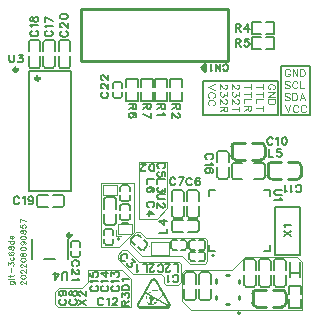
<source format=gto>
G04 Layer: TopSilkscreenLayer*
G04 EasyEDA Pro v1.7.31.78bc6e, 2022-08-09 17:47:50*
G04 Gerber Generator version 0.3*
G04 Scale: 100 percent, Rotated: No, Reflected: No*
G04 Dimensions in millimeters*
G04 Leading zeros omitted, absolute positions, 3 integers and 3 decimals*
%FSLAX33Y33*%
%MOMM*%
%ADD10C,0.0762*%
%ADD11C,0.1524*%
%ADD12C,0.0508*%
%ADD13C,0.09906*%
%ADD14C,0.1*%
%ADD15C,0.2557*%
%ADD16C,0.254*%
%ADD17C,0.151994*%
%ADD18C,0.12954*%
%ADD19C,0.06096*%
%ADD20C,0.127*%
%ADD21C,0.14986*%
%ADD22C,0.299999*%
G75*


G04 Text Start*
G04 //text: GND*
G04 SCL*
G04 SDA*
G04 VCC*
G54D10*
G01X24989Y21669D02*
G01X24961Y21727D01*
G01X24902Y21786D01*
G01X24844Y21816D01*
G01X24724D01*
G01X24666Y21786D01*
G01X24608Y21727D01*
G01X24580Y21669D01*
G01X24549Y21580D01*
G01Y21433D01*
G01X24580Y21346D01*
G01X24608Y21288D01*
G01X24666Y21227D01*
G01X24724Y21199D01*
G01X24844D01*
G01X24902Y21227D01*
G01X24961Y21288D01*
G01X24989Y21346D01*
G01Y21433D01*
G01X24844Y21433D02*
G01X24989Y21433D01*
G01X25207Y21816D02*
G01X25207Y21199D01*
G01X25207Y21816D02*
G01X25618Y21199D01*
G01X25618Y21816D02*
G01X25618Y21199D01*
G01X25834Y21816D02*
G01X25834Y21199D01*
G01X25834Y21816D02*
G01X26040Y21816D01*
G01X26129Y21786D01*
G01X26187Y21727D01*
G01X26218Y21669D01*
G01X26246Y21580D01*
G01Y21433D01*
G01X26218Y21346D01*
G01X26187Y21288D01*
G01X26129Y21227D01*
G01X26040Y21199D01*
G01X25834D01*
G01X24961Y20711D02*
G01X24902Y20770D01*
G01X24813Y20800D01*
G01X24696D01*
G01X24608Y20770D01*
G01X24549Y20711D01*
G01Y20653D01*
G01X24580Y20594D01*
G01X24608Y20564D01*
G01X24666Y20536D01*
G01X24844Y20477D01*
G01X24902Y20447D01*
G01X24930Y20417D01*
G01X24961Y20358D01*
G01Y20272D01*
G01X24902Y20211D01*
G01X24813Y20183D01*
G01X24696D01*
G01X24608Y20211D01*
G01X24549Y20272D01*
G01X25618Y20653D02*
G01X25588Y20711D01*
G01X25530Y20770D01*
G01X25471Y20800D01*
G01X25354D01*
G01X25296Y20770D01*
G01X25237Y20711D01*
G01X25207Y20653D01*
G01X25176Y20564D01*
G01Y20417D01*
G01X25207Y20330D01*
G01X25237Y20272D01*
G01X25296Y20211D01*
G01X25354Y20183D01*
G01X25471D01*
G01X25530Y20211D01*
G01X25588Y20272D01*
G01X25618Y20330D01*
G01X25834Y20800D02*
G01X25834Y20183D01*
G01X25834Y20183D02*
G01X26187Y20183D01*
G01X24961Y19695D02*
G01X24902Y19754D01*
G01X24813Y19784D01*
G01X24696D01*
G01X24608Y19754D01*
G01X24549Y19695D01*
G01Y19637D01*
G01X24580Y19578D01*
G01X24608Y19548D01*
G01X24666Y19520D01*
G01X24844Y19461D01*
G01X24902Y19431D01*
G01X24930Y19401D01*
G01X24961Y19342D01*
G01Y19256D01*
G01X24902Y19195D01*
G01X24813Y19167D01*
G01X24696D01*
G01X24608Y19195D01*
G01X24549Y19256D01*
G01X25176Y19784D02*
G01X25176Y19167D01*
G01X25176Y19784D02*
G01X25382Y19784D01*
G01X25471Y19754D01*
G01X25530Y19695D01*
G01X25560Y19637D01*
G01X25588Y19548D01*
G01Y19401D01*
G01X25560Y19314D01*
G01X25530Y19256D01*
G01X25471Y19195D01*
G01X25382Y19167D01*
G01X25176D01*
G01X26040Y19784D02*
G01X25806Y19167D01*
G01X26040Y19784D02*
G01X26276Y19167D01*
G01X25893Y19373D02*
G01X26187Y19373D01*
G01X24549Y18768D02*
G01X24785Y18151D01*
G01X25019Y18768D02*
G01X24785Y18151D01*
G01X25677Y18621D02*
G01X25646Y18679D01*
G01X25588Y18738D01*
G01X25530Y18768D01*
G01X25413D01*
G01X25354Y18738D01*
G01X25296Y18679D01*
G01X25265Y18621D01*
G01X25237Y18532D01*
G01Y18385D01*
G01X25265Y18298D01*
G01X25296Y18240D01*
G01X25354Y18179D01*
G01X25413Y18151D01*
G01X25530D01*
G01X25588Y18179D01*
G01X25646Y18240D01*
G01X25677Y18298D01*
G01X26335Y18621D02*
G01X26304Y18679D01*
G01X26246Y18738D01*
G01X26187Y18768D01*
G01X26071D01*
G01X26012Y18738D01*
G01X25954Y18679D01*
G01X25923Y18621D01*
G01X25893Y18532D01*
G01Y18385D01*
G01X25923Y18298D01*
G01X25954Y18240D01*
G01X26012Y18179D01*
G01X26071Y18151D01*
G01X26187D01*
G01X26246Y18179D01*
G01X26304Y18240D01*
G01X26335Y18298D01*
G04 //text: git-3c68de*
G01X1290Y3851D02*
G01X1633Y3851D01*
G01X1697Y3830D01*
G01X1720Y3807D01*
G01X1740Y3767D01*
G01Y3701D01*
G01X1720Y3658D01*
G01X1354Y3851D02*
G01X1311Y3807D01*
G01X1290Y3767D01*
G01Y3701D01*
G01X1311Y3658D01*
G01X1354Y3614D01*
G01X1417Y3594D01*
G01X1461D01*
G01X1527Y3614D01*
G01X1570Y3658D01*
G01X1590Y3701D01*
G01Y3767D01*
G01X1570Y3807D01*
G01X1527Y3851D01*
G01X1140Y4031D02*
G01X1161Y4051D01*
G01X1140Y4074D01*
G01X1118Y4051D01*
G01X1140Y4031D01*
G01X1290Y4051D02*
G01X1590Y4051D01*
G01X1140Y4315D02*
G01X1504Y4315D01*
G01X1570Y4338D01*
G01X1590Y4382D01*
G01Y4425D01*
G01X1290Y4252D02*
G01X1290Y4402D01*
G01X1397Y4602D02*
G01X1397Y4989D01*
G01X1140Y5210D02*
G01X1140Y5446D01*
G01X1311Y5319D01*
G01Y5382D01*
G01X1334Y5425D01*
G01X1354Y5446D01*
G01X1417Y5469D01*
G01X1461D01*
G01X1527Y5446D01*
G01X1570Y5403D01*
G01X1590Y5339D01*
G01Y5276D01*
G01X1570Y5210D01*
G01X1547Y5189D01*
G01X1504Y5169D01*
G01X1354Y5903D02*
G01X1311Y5862D01*
G01X1290Y5819D01*
G01Y5753D01*
G01X1311Y5710D01*
G01X1354Y5669D01*
G01X1417Y5646D01*
G01X1461D01*
G01X1527Y5669D01*
G01X1570Y5710D01*
G01X1590Y5753D01*
G01Y5819D01*
G01X1570Y5862D01*
G01X1527Y5903D01*
G01X1204Y6340D02*
G01X1161Y6320D01*
G01X1140Y6253D01*
G01Y6213D01*
G01X1161Y6147D01*
G01X1227Y6104D01*
G01X1334Y6083D01*
G01X1440D01*
G01X1527Y6104D01*
G01X1570Y6147D01*
G01X1590Y6213D01*
G01Y6233D01*
G01X1570Y6297D01*
G01X1527Y6340D01*
G01X1461Y6363D01*
G01X1440D01*
G01X1377Y6340D01*
G01X1334Y6297D01*
G01X1311Y6233D01*
G01Y6213D01*
G01X1334Y6147D01*
G01X1377Y6104D01*
G01X1440Y6083D01*
G01X1140Y6647D02*
G01X1161Y6584D01*
G01X1204Y6563D01*
G01X1247D01*
G01X1290Y6584D01*
G01X1311Y6627D01*
G01X1334Y6713D01*
G01X1354Y6777D01*
G01X1397Y6820D01*
G01X1440Y6840D01*
G01X1504D01*
G01X1547Y6820D01*
G01X1570Y6797D01*
G01X1590Y6734D01*
G01Y6647D01*
G01X1570Y6584D01*
G01X1547Y6563D01*
G01X1504Y6541D01*
G01X1440D01*
G01X1397Y6563D01*
G01X1354Y6604D01*
G01X1334Y6670D01*
G01X1311Y6754D01*
G01X1290Y6797D01*
G01X1247Y6820D01*
G01X1204D01*
G01X1161Y6797D01*
G01X1140Y6734D01*
G01Y6647D01*
G01X1140Y7277D02*
G01X1590Y7277D01*
G01X1354Y7277D02*
G01X1311Y7234D01*
G01X1290Y7191D01*
G01Y7127D01*
G01X1311Y7084D01*
G01X1354Y7041D01*
G01X1417Y7021D01*
G01X1461D01*
G01X1527Y7041D01*
G01X1570Y7084D01*
G01X1590Y7127D01*
G01Y7191D01*
G01X1570Y7234D01*
G01X1527Y7277D01*
G01X1417Y7455D02*
G01X1417Y7714D01*
G01X1377D01*
G01X1334Y7691D01*
G01X1311Y7671D01*
G01X1290Y7628D01*
G01Y7564D01*
G01X1311Y7521D01*
G01X1354Y7478D01*
G01X1417Y7455D01*
G01X1461D01*
G01X1527Y7478D01*
G01X1570Y7521D01*
G01X1590Y7564D01*
G01Y7628D01*
G01X1570Y7671D01*
G01X1527Y7714D01*
G04 //text: 202208090857*
G01X2263Y3614D02*
G01X2243Y3614D01*
G01X2200Y3637D01*
G01X2177Y3658D01*
G01X2156Y3701D01*
G01Y3787D01*
G01X2177Y3830D01*
G01X2200Y3851D01*
G01X2243Y3874D01*
G01X2283D01*
G01X2327Y3851D01*
G01X2393Y3807D01*
G01X2606Y3594D01*
G01Y3894D01*
G01X2156Y4201D02*
G01X2177Y4138D01*
G01X2243Y4094D01*
G01X2350Y4074D01*
G01X2413D01*
G01X2520Y4094D01*
G01X2586Y4138D01*
G01X2606Y4201D01*
G01Y4244D01*
G01X2586Y4308D01*
G01X2520Y4351D01*
G01X2413Y4374D01*
G01X2350D01*
G01X2243Y4351D01*
G01X2177Y4308D01*
G01X2156Y4244D01*
G01Y4201D01*
G01X2263Y4575D02*
G01X2243Y4575D01*
G01X2200Y4595D01*
G01X2177Y4618D01*
G01X2156Y4658D01*
G01Y4745D01*
G01X2177Y4788D01*
G01X2200Y4811D01*
G01X2243Y4831D01*
G01X2283D01*
G01X2327Y4811D01*
G01X2393Y4768D01*
G01X2606Y4552D01*
G01Y4851D01*
G01X2263Y5052D02*
G01X2243Y5052D01*
G01X2200Y5075D01*
G01X2177Y5095D01*
G01X2156Y5138D01*
G01Y5225D01*
G01X2177Y5268D01*
G01X2200Y5288D01*
G01X2243Y5311D01*
G01X2283D01*
G01X2327Y5288D01*
G01X2393Y5245D01*
G01X2606Y5032D01*
G01Y5331D01*
G01X2156Y5639D02*
G01X2177Y5575D01*
G01X2243Y5532D01*
G01X2350Y5512D01*
G01X2413D01*
G01X2520Y5532D01*
G01X2586Y5575D01*
G01X2606Y5639D01*
G01Y5682D01*
G01X2586Y5745D01*
G01X2520Y5789D01*
G01X2413Y5812D01*
G01X2350D01*
G01X2243Y5789D01*
G01X2177Y5745D01*
G01X2156Y5682D01*
G01Y5639D01*
G01X2156Y6096D02*
G01X2177Y6033D01*
G01X2220Y6012D01*
G01X2263D01*
G01X2306Y6033D01*
G01X2327Y6076D01*
G01X2350Y6162D01*
G01X2370Y6226D01*
G01X2413Y6269D01*
G01X2456Y6289D01*
G01X2520D01*
G01X2563Y6269D01*
G01X2586Y6246D01*
G01X2606Y6182D01*
G01Y6096D01*
G01X2586Y6033D01*
G01X2563Y6012D01*
G01X2520Y5989D01*
G01X2456D01*
G01X2413Y6012D01*
G01X2370Y6053D01*
G01X2350Y6119D01*
G01X2327Y6205D01*
G01X2306Y6246D01*
G01X2263Y6269D01*
G01X2220D01*
G01X2177Y6246D01*
G01X2156Y6182D01*
G01Y6096D01*
G01X2156Y6596D02*
G01X2177Y6533D01*
G01X2243Y6490D01*
G01X2350Y6469D01*
G01X2413D01*
G01X2520Y6490D01*
G01X2586Y6533D01*
G01X2606Y6596D01*
G01Y6640D01*
G01X2586Y6706D01*
G01X2520Y6746D01*
G01X2413Y6769D01*
G01X2350D01*
G01X2243Y6746D01*
G01X2177Y6706D01*
G01X2156Y6640D01*
G01Y6596D01*
G01X2306Y7226D02*
G01X2370Y7206D01*
G01X2413Y7163D01*
G01X2433Y7097D01*
G01Y7076D01*
G01X2413Y7013D01*
G01X2370Y6970D01*
G01X2306Y6947D01*
G01X2283D01*
G01X2220Y6970D01*
G01X2177Y7013D01*
G01X2156Y7076D01*
G01Y7097D01*
G01X2177Y7163D01*
G01X2220Y7206D01*
G01X2306Y7226D01*
G01X2413D01*
G01X2520Y7206D01*
G01X2586Y7163D01*
G01X2606Y7097D01*
G01Y7056D01*
G01X2586Y6990D01*
G01X2543Y6970D01*
G01X2156Y7534D02*
G01X2177Y7470D01*
G01X2243Y7427D01*
G01X2350Y7407D01*
G01X2413D01*
G01X2520Y7427D01*
G01X2586Y7470D01*
G01X2606Y7534D01*
G01Y7577D01*
G01X2586Y7640D01*
G01X2520Y7684D01*
G01X2413Y7706D01*
G01X2350D01*
G01X2243Y7684D01*
G01X2177Y7640D01*
G01X2156Y7577D01*
G01Y7534D01*
G01X2156Y7991D02*
G01X2177Y7927D01*
G01X2220Y7907D01*
G01X2263D01*
G01X2306Y7927D01*
G01X2327Y7971D01*
G01X2350Y8057D01*
G01X2370Y8120D01*
G01X2413Y8164D01*
G01X2456Y8184D01*
G01X2520D01*
G01X2563Y8164D01*
G01X2586Y8141D01*
G01X2606Y8077D01*
G01Y7991D01*
G01X2586Y7927D01*
G01X2563Y7907D01*
G01X2520Y7884D01*
G01X2456D01*
G01X2413Y7907D01*
G01X2370Y7950D01*
G01X2350Y8014D01*
G01X2327Y8100D01*
G01X2306Y8141D01*
G01X2263Y8164D01*
G01X2220D01*
G01X2177Y8141D01*
G01X2156Y8077D01*
G01Y7991D01*
G01X2156Y8621D02*
G01X2156Y8407D01*
G01X2350Y8385D01*
G01X2327Y8407D01*
G01X2306Y8471D01*
G01Y8534D01*
G01X2327Y8600D01*
G01X2370Y8644D01*
G01X2433Y8664D01*
G01X2477D01*
G01X2543Y8644D01*
G01X2586Y8600D01*
G01X2606Y8534D01*
G01Y8471D01*
G01X2586Y8407D01*
G01X2563Y8385D01*
G01X2520Y8364D01*
G01X2156Y9144D02*
G01X2606Y8928D01*
G01X2156Y8842D02*
G01X2156Y9144D01*
G04 //text: e*
G36*
G01X13445Y4110D02*
G01X13415Y4109D01*
G01X13386Y4107D01*
G01X13368Y4103D01*
G01X13361Y4100D01*
G01X13312Y4076D01*
G01X13292Y4064D01*
G01X13280Y4055D01*
G01X13257Y4035D01*
G01X13241Y4023D01*
G01X13234Y4016D01*
G01X13229Y4009D01*
G01X13222Y3991D01*
G01X13210Y3971D01*
G01X13190Y3943D01*
G01X13180Y3925D01*
G01X13162Y3892D01*
G01X13122Y3827D01*
G01X13109Y3805D01*
G01X13099Y3784D01*
G01X13087Y3756D01*
G01X13079Y3742D01*
G01X13072Y3730D01*
G01X13046Y3693D01*
G01X13029Y3666D01*
G01X13006Y3626D01*
G01X12983Y3582D01*
G01X12971Y3562D01*
G01X12948Y3522D01*
G01X12933Y3493D01*
G01X12922Y3475D01*
G01X12905Y3452D01*
G01X12898Y3439D01*
G01X12891Y3426D01*
G01X12879Y3398D01*
G01X12872Y3384D01*
G01X12864Y3372D01*
G01X12847Y3348D01*
G01X12840Y3335D01*
G01X12833Y3322D01*
G01X12815Y3283D01*
G01X12810Y3274D01*
G01X12798Y3261D01*
G01X12786Y3244D01*
G01X12769Y3211D01*
G01X12746Y3173D01*
G01X12718Y3121D01*
G01X12706Y3100D01*
G01X12637Y2985D01*
G01X12622Y2959D01*
G01X12820D01*
G01X12821Y2970D01*
G01X12825Y2982D01*
G01X12833Y2996D01*
G01X12855Y3036D01*
G01X12873Y3070D01*
G01X12913Y3134D01*
G01X12936Y3174D01*
G01X12954Y3208D01*
G01X12971Y3236D01*
G01X12977Y3247D01*
G01X12995Y3286D01*
G01X13003Y3303D01*
G01X13009Y3311D01*
G01X13018Y3320D01*
G01X13029Y3338D01*
G01X13044Y3366D01*
G01X13056Y3383D01*
G01X13072Y3406D01*
G01X13079Y3419D01*
G01X13087Y3432D01*
G01X13101Y3467D01*
G01X13113Y3488D01*
G01X13145Y3539D01*
G01X13179Y3597D01*
G01X13202Y3636D01*
G01X13220Y3670D01*
G01X13243Y3707D01*
G01X13266Y3751D01*
G01X13306Y3816D01*
G01X13315Y3830D01*
G01X13325Y3843D01*
G01X13336Y3856D01*
G01X13347Y3868D01*
G01X13364Y3884D01*
G01X13378Y3892D01*
G01X13391Y3899D01*
G01X13406Y3905D01*
G01X13429Y3911D01*
G01X13445Y3913D01*
G01X13471Y3914D01*
G01X13487Y3912D01*
G01X13503Y3907D01*
G01X13518Y3900D01*
G01X13526Y3896D01*
G01X13572Y3868D01*
G01X13580Y3861D01*
G01X13586Y3853D01*
G01X13591Y3844D01*
G01X13598Y3822D01*
G01X13602Y3813D01*
G01X13607Y3805D01*
G01X13618Y3792D01*
G01X13630Y3774D01*
G01X13647Y3742D01*
G01X13670Y3705D01*
G01X13698Y3652D01*
G01X13710Y3631D01*
G01X13780Y3515D01*
G01X13792Y3494D01*
G01X13802Y3472D01*
G01X13814Y3445D01*
G01X13823Y3428D01*
G01X13829Y3420D01*
G01X13837Y3411D01*
G01X13849Y3393D01*
G01X13866Y3361D01*
G01X13889Y3324D01*
G01X13912Y3280D01*
G01X13929Y3252D01*
G01X13934Y3242D01*
G01X13938Y3229D01*
G01X13941Y3216D01*
G01X13942Y3209D01*
G01Y3202D01*
G01X13940Y3196D01*
G01X13937Y3191D01*
G01X13932Y3186D01*
G01X13927Y3182D01*
G01X13920Y3178D01*
G01X13889Y3166D01*
G01X13865Y3155D01*
G01X13856Y3149D01*
G01X13842Y3144D01*
G01X13825Y3140D01*
G01X13791Y3134D01*
G01X13750Y3131D01*
G01X13595Y3129D01*
G01X13468Y3127D01*
G01X13440Y3124D01*
G01X13435Y3123D01*
G01X13413Y3117D01*
G01X13373Y3108D01*
G01X13347Y3100D01*
G01X13335Y3094D01*
G01X13289Y3071D01*
G01X13267Y3060D01*
G01X13110Y2962D01*
G01X13091Y2949D01*
G01X13072Y2936D01*
G01X13063Y2927D01*
G01X13045Y2915D01*
G01X13024Y2903D01*
G01X13014Y2897D01*
G01X13007Y2889D01*
G01X13000Y2880D01*
G01X12994Y2873D01*
G01X12986Y2869D01*
G01X12976Y2868D01*
G01X12966Y2869D01*
G01X12925Y2880D01*
G01X12908Y2888D01*
G01X12872Y2909D01*
G01X12840Y2927D01*
G01X12832Y2934D01*
G01X12828Y2938D01*
G01X12825Y2941D01*
G01X12823Y2945D01*
G01X12821Y2950D01*
G01X12820Y2959D01*
G01X12622D01*
G01X12614Y2944D01*
G01X12591Y2901D01*
G01X12579Y2880D01*
G01X12550Y2832D01*
G01X13032D01*
G01X13033Y2842D01*
G01X13040Y2852D01*
G01X13052Y2863D01*
G01X13089Y2892D01*
G01X13098Y2898D01*
G01X13191Y2956D01*
G01X13249Y2997D01*
G01X13266Y3007D01*
G01X13277Y3013D01*
G01X13323Y3036D01*
G01X13343Y3045D01*
G01X13381Y3060D01*
G01X13399Y3065D01*
G01X13416Y3068D01*
G01X13433Y3070D01*
G01X13467Y3071D01*
G01X13492Y3074D01*
G01X13512Y3079D01*
G01X13535Y3082D01*
G01X13562D01*
G01X13585Y3079D01*
G01X13600Y3075D01*
G01X13628Y3072D01*
G01X13693Y3071D01*
G01X13752Y3072D01*
G01X13783Y3075D01*
G01X13791Y3077D01*
G01X13879Y3110D01*
G01X13902Y3119D01*
G01X13936Y3134D01*
G01X13948Y3137D01*
G01X13962Y3139D01*
G01X13976Y3140D01*
G01X13983D01*
G01X13989Y3139D01*
G01X13994Y3137D01*
G01X13999Y3134D01*
G01X14003Y3131D01*
G01X14006Y3127D01*
G01X14009Y3123D01*
G01X14012Y3112D01*
G01X14016Y3100D01*
G01X14022Y3089D01*
G01X14042Y3059D01*
G01X14049Y3046D01*
G01X14056Y3033D01*
G01X14074Y2995D01*
G01X14080Y2986D01*
G01X14085Y2979D01*
G01X14091Y2972D01*
G01X14103Y2951D01*
G01X14120Y2914D01*
G01X14126Y2905D01*
G01X14138Y2892D01*
G01X14149Y2874D01*
G01X14166Y2842D01*
G01X14178Y2823D01*
G01X14183Y2814D01*
G01X14186Y2804D01*
G01X14188Y2793D01*
G01X14189Y2782D01*
G01X14188Y2772D01*
G01X14185Y2763D01*
G01X14180Y2754D01*
G01X14164Y2741D01*
G01X14156Y2734D01*
G01X14149Y2724D01*
G01X14132Y2691D01*
G01X14115Y2664D01*
G01X14106Y2644D01*
G01X14095Y2609D01*
G01X14085Y2586D01*
G01X14069Y2555D01*
G01X14056Y2534D01*
G01X14048Y2521D01*
G01X14035Y2505D01*
G01X14026Y2497D01*
G01X14014Y2488D01*
G01X13999Y2473D01*
G01X13986Y2456D01*
G01X13977Y2448D01*
G01X13966Y2439D01*
G01X13933Y2418D01*
G01X13916Y2404D01*
G01X13906Y2396D01*
G01X13888Y2384D01*
G01X13872Y2376D01*
G01X13859Y2372D01*
G01X13847Y2371D01*
G01X13833D01*
G01X13826Y2372D01*
G01X13804Y2378D01*
G01X13783Y2385D01*
G01X13754Y2396D01*
G01X13740Y2403D01*
G01X13728Y2410D01*
G01X13699Y2431D01*
G01X13681Y2441D01*
G01X13639Y2464D01*
G01X13618Y2477D01*
G01X13560Y2511D01*
G01X13520Y2534D01*
G01X13486Y2552D01*
G01X13421Y2592D01*
G01X13382Y2615D01*
G01X13348Y2632D01*
G01X13311Y2655D01*
G01X13267Y2679D01*
G01X13202Y2719D01*
G01X13162Y2742D01*
G01X13129Y2759D01*
G01X13091Y2782D01*
G01X13059Y2800D01*
G01X13050Y2807D01*
G01X13041Y2814D01*
G01X13035Y2823D01*
G01X13032Y2832D01*
G01X12550D01*
G01X12510Y2765D01*
G01X12487Y2725D01*
G01X12458Y2667D01*
G01X12448Y2650D01*
G01X12437Y2632D01*
G01X12417Y2604D01*
G01X12406Y2586D01*
G01X12388Y2553D01*
G01X12348Y2488D01*
G01X12336Y2468D01*
G01X12327Y2447D01*
G01X12321Y2433D01*
G01X12310Y2412D01*
G01X12294Y2390D01*
G01X12286Y2377D01*
G01X12279Y2364D01*
G01X12261Y2325D01*
G01X12256Y2316D01*
G01X12244Y2303D01*
G01X12233Y2285D01*
G01X12210Y2243D01*
G01X12198Y2223D01*
G01X12157Y2156D01*
G01X12140Y2117D01*
G01X12132Y2101D01*
G01X12125Y2093D01*
G01X12117Y2083D01*
G01X12106Y2066D01*
G01X12088Y2034D01*
G01X12071Y2005D01*
G01X12065Y1994D01*
G01X12045Y1949D01*
G01X12034Y1927D01*
G01X12027Y1917D01*
G01X12025Y1910D01*
G01X12024Y1905D01*
G01X12215D01*
G01X12216Y1916D01*
G01X12218Y1927D01*
G01X12221Y1936D01*
G01X12233Y1955D01*
G01X12238Y1965D01*
G01X12256Y2005D01*
G01X12264Y2021D01*
G01X12270Y2029D01*
G01X12278Y2039D01*
G01X12290Y2056D01*
G01X12312Y2098D01*
G01X12325Y2118D01*
G01X12365Y2185D01*
G01X12383Y2225D01*
G01X12391Y2240D01*
G01X12397Y2248D01*
G01X12405Y2258D01*
G01X12417Y2275D01*
G01X12434Y2308D01*
G01X12458Y2345D01*
G01X12481Y2389D01*
G01X12504Y2426D01*
G01X12527Y2469D01*
G01X12567Y2534D01*
G01X12590Y2574D01*
G01X12608Y2608D01*
G01X12631Y2645D01*
G01X12654Y2689D01*
G01X12677Y2726D01*
G01X12705Y2779D01*
G01X12722Y2807D01*
G01X12727Y2812D01*
G01X12732Y2816D01*
G01X12738Y2820D01*
G01X12744Y2822D01*
G01X12750Y2823D01*
G01X12756Y2824D01*
G01X12771Y2821D01*
G01X12784Y2817D01*
G01X12798Y2811D01*
G01X12810Y2804D01*
G01X12833Y2787D01*
G01X12850Y2777D01*
G01X12867Y2768D01*
G01X12872Y2764D01*
G01X12876Y2760D01*
G01X12879Y2755D01*
G01X12881Y2750D01*
G01X12883Y2744D01*
G01X12884Y2738D01*
G01Y2723D01*
G01X12883Y2711D01*
G01X12880Y2701D01*
G01X12878Y2697D01*
G01X12876Y2693D01*
G01X12868Y2683D01*
G01X12863Y2674D01*
G01X12859Y2663D01*
G01X12852Y2636D01*
G01X12846Y2618D01*
G01X12841Y2608D01*
G01X12833Y2594D01*
G01X12829Y2583D01*
G01X12824Y2571D01*
G01X12817Y2538D01*
G01X12811Y2520D01*
G01X12810Y2517D01*
G01X12862D01*
G01X12863Y2543D01*
G01X12865Y2569D01*
G01X12868Y2581D01*
G01X12871Y2587D01*
G01X12885Y2612D01*
G01X12902Y2652D01*
G01X12909Y2665D01*
G01X12917Y2678D01*
G01X12930Y2695D01*
G01X12934Y2700D01*
G01X12939Y2704D01*
G01X12944Y2706D01*
G01X12949Y2708D01*
G01X12955Y2709D01*
G01X12960D01*
G01X12966Y2708D01*
G01X12976Y2704D01*
G01X12986Y2700D01*
G01X12994Y2695D01*
G01X13006Y2685D01*
G01X13013Y2680D01*
G01X13021Y2676D01*
G01X13038Y2669D01*
G01X13058Y2658D01*
G01X13087Y2638D01*
G01X13104Y2627D01*
G01X13121Y2618D01*
G01X13126Y2614D01*
G01X13130Y2611D01*
G01X13133Y2607D01*
G01X13135Y2602D01*
G01X13137Y2597D01*
G01X13138Y2592D01*
G01X13139Y2586D01*
G01X13138Y2576D01*
G01X13136Y2566D01*
G01X13132Y2558D01*
G01X13122Y2546D01*
G01X13117Y2538D01*
G01X13113Y2531D01*
G01X13103Y2505D01*
G01X13093Y2488D01*
G01X13088Y2479D01*
G01X13084Y2466D01*
G01X13083Y2460D01*
G01X13127D01*
G01X13129Y2472D01*
G01X13132Y2483D01*
G01X13134Y2487D01*
G01X13136Y2491D01*
G01X13145Y2500D01*
G01X13156Y2518D01*
G01X13173Y2549D01*
G01X13182Y2560D01*
G01X13185Y2563D01*
G01X13191Y2567D01*
G01X13199D01*
G01X13209Y2564D01*
G01X13220Y2557D01*
G01X13225Y2553D01*
G01X13229Y2548D01*
G01X13232Y2543D01*
G01X13234Y2537D01*
G01X13235Y2531D01*
G01Y2525D01*
G01X13233Y2518D01*
G01X13226Y2493D01*
G01X13222Y2469D01*
G01X13220Y2438D01*
G01Y2430D01*
G01X13266D01*
G01Y2457D01*
G01X13269Y2478D01*
G01X13272Y2488D01*
G01X13275Y2496D01*
G01X13279Y2502D01*
G01X13283Y2507D01*
G01X13289Y2511D01*
G01X13295Y2513D01*
G01X13302D01*
G01X13310Y2510D01*
G01X13318Y2505D01*
G01X13326Y2499D01*
G01X13332Y2492D01*
G01X13337Y2485D01*
G01X13341Y2477D01*
G01X13345Y2456D01*
G01X13347Y2423D01*
G01X13348Y2413D01*
G01X13407D01*
G01X13408Y2422D01*
G01X13410Y2430D01*
G01X13414Y2437D01*
G01X13421Y2440D01*
G01X13432D01*
G01X13445Y2436D01*
G01X13451Y2433D01*
G01X13457Y2430D01*
G01X13463Y2426D01*
G01X13467Y2422D01*
G01X13470Y2417D01*
G01X13472Y2412D01*
G01X13473Y2407D01*
G01X13474Y2401D01*
G01X13472Y2391D01*
G01X13468Y2383D01*
G01X13460Y2376D01*
G01X13450Y2372D01*
G01X13440Y2370D01*
G01X13432D01*
G01X13425D01*
G01X13421Y2372D01*
G01X13416Y2382D01*
G01X13410Y2396D01*
G01X13408Y2404D01*
G01X13407Y2413D01*
G01X13348D01*
G01Y2410D01*
G01X13351Y2399D01*
G01X13355Y2389D01*
G01X13363Y2375D01*
G01X13368Y2364D01*
G01X13372Y2352D01*
G01X13377Y2331D01*
G01Y2318D01*
G01X13376Y2306D01*
G01X13374Y2301D01*
G01X13372Y2296D01*
G01X13370Y2292D01*
G01X13363Y2283D01*
G01X13355Y2276D01*
G01X13346Y2269D01*
G01X13335Y2263D01*
G01X13324Y2258D01*
G01X13316Y2256D01*
G01X13310D01*
G01X13306Y2257D01*
G01X13299Y2266D01*
G01X13289Y2280D01*
G01X13284Y2290D01*
G01X13280Y2300D01*
G01X13278Y2313D01*
G01X13277Y2340D01*
G01X13274Y2363D01*
G01X13272Y2372D01*
G01X13269Y2383D01*
G01X13267Y2396D01*
G01X13266Y2430D01*
G01X13220D01*
G01Y2401D01*
G01X13221Y2357D01*
G01X13222Y2335D01*
G01X13226Y2313D01*
G01X13230Y2301D01*
G01X13246Y2266D01*
G01X13254Y2245D01*
G01X13272Y2200D01*
G01X13274Y2191D01*
G01X13273Y2182D01*
G01X13270Y2173D01*
G01X13266Y2165D01*
G01X13260Y2157D01*
G01X13253Y2150D01*
G01X13245Y2145D01*
G01X13237Y2142D01*
G01X13229Y2140D01*
G01X13222Y2139D01*
G01X13217Y2140D01*
G01X13214Y2142D01*
G01X13210Y2145D01*
G01X13179Y2165D01*
G01X13172Y2170D01*
G01X13166Y2175D01*
G01X13162Y2182D01*
G01X13158Y2189D01*
G01X13154Y2198D01*
G01X13152Y2207D01*
G01X13150Y2228D01*
G01X13151Y2259D01*
G01X13154Y2281D01*
G01X13156Y2292D01*
G01X13158Y2300D01*
G01X13159Y2309D01*
G01X13158Y2318D01*
G01X13148Y2356D01*
G01X13136Y2398D01*
G01X13130Y2417D01*
G01X13128Y2440D01*
G01X13127Y2460D01*
G01X13083D01*
G01X13082Y2452D01*
G01X13081Y2436D01*
G01X13083Y2406D01*
G01X13086Y2389D01*
G01X13104Y2332D01*
G01X13109Y2315D01*
G01X13113Y2300D01*
G01X13116Y2280D01*
G01X13115Y2263D01*
G01X13112Y2243D01*
G01X13108Y2224D01*
G01X13107Y2209D01*
G01X13108Y2192D01*
G01X13110Y2171D01*
G01X13113Y2149D01*
G01X13119Y2124D01*
G01X13124Y2112D01*
G01X13130Y2102D01*
G01X13135Y2089D01*
G01X13139Y2074D01*
G01X13189D01*
G01Y2079D01*
G01Y2084D01*
G01X13190Y2088D01*
G01X13192Y2091D01*
G01X13194Y2093D01*
G01X13196Y2096D01*
G01X13206Y2092D01*
G01X13207Y2090D01*
G01X13277D01*
G01X13278Y2101D01*
G01X13282Y2113D01*
G01X13287Y2124D01*
G01X13307Y2153D01*
G01X13317Y2171D01*
G01X13329Y2193D01*
G01X13337Y2202D01*
G01X13344Y2210D01*
G01X13360Y2223D01*
G01X13375Y2237D01*
G01X13394Y2262D01*
G01X13418Y2280D01*
G01X13433Y2295D01*
G01X13445Y2311D01*
G01X13452Y2318D01*
G01X13459Y2323D01*
G01X13476Y2330D01*
G01X13484Y2334D01*
G01X13490Y2338D01*
G01X13504Y2349D01*
G01X13512Y2354D01*
G01X13523Y2358D01*
G01X13544Y2362D01*
G01X13551Y2363D01*
G01X13558Y2362D01*
G01X13565Y2361D01*
G01X13571Y2359D01*
G01X13577Y2357D01*
G01X13583Y2354D01*
G01X13601Y2341D01*
G01X13612Y2335D01*
G01X13905D01*
G01X13908Y2342D01*
G01X13914Y2349D01*
G01X13934Y2361D01*
G01X13952Y2372D01*
G01X13964Y2384D01*
G01X13987Y2401D01*
G01X14003Y2415D01*
G01X14022Y2438D01*
G01X14037Y2453D01*
G01X14061Y2472D01*
G01X14074Y2488D01*
G01X14111Y2540D01*
G01X14120Y2557D01*
G01X14124Y2569D01*
G01X14133Y2598D01*
G01X14153Y2643D01*
G01X14164Y2670D01*
G01X14168Y2677D01*
G01X14172Y2684D01*
G01X14178Y2690D01*
G01X14201Y2713D01*
G01X14207Y2718D01*
G01X14214Y2720D01*
G01X14221Y2721D01*
G01X14230Y2719D01*
G01X14238Y2715D01*
G01X14244Y2710D01*
G01X14249Y2704D01*
G01X14256Y2687D01*
G01X14265Y2670D01*
G01X14299Y2615D01*
G01X14322Y2575D01*
G01X14339Y2542D01*
G01X14380Y2477D01*
G01X14403Y2436D01*
G01X14420Y2403D01*
G01X14443Y2365D01*
G01X14471Y2312D01*
G01X14484Y2292D01*
G01X14553Y2176D01*
G01X14576Y2136D01*
G01X14598Y2093D01*
G01X14611Y2073D01*
G01X14646Y2015D01*
G01X14658Y1993D01*
G01X14668Y1972D01*
G01X14674Y1957D01*
G01X14691Y1911D01*
G01X14693Y1902D01*
G01Y1895D01*
G01X14690Y1888D01*
G01X14686Y1882D01*
G01X14679Y1878D01*
G01X14670Y1876D01*
G01X14659Y1878D01*
G01X14646Y1882D01*
G01X14631Y1888D01*
G01X14618Y1895D01*
G01X14606Y1902D01*
G01X14582Y1919D01*
G01X14569Y1927D01*
G01X14556Y1933D01*
G01X14517Y1951D01*
G01X14508Y1957D01*
G01X14495Y1969D01*
G01X14477Y1980D01*
G01X14445Y1997D01*
G01X14407Y2020D01*
G01X14368Y2042D01*
G01X14351Y2052D01*
G01X14318Y2075D01*
G01X14303Y2082D01*
G01X14282Y2091D01*
G01X14218Y2130D01*
G01X14161Y2165D01*
G01X14120Y2187D01*
G01X14062Y2217D01*
G01X14045Y2226D01*
G01X14028Y2237D01*
G01X13999Y2258D01*
G01X13982Y2268D01*
G01X13948Y2286D01*
G01X13929Y2298D01*
G01X13922Y2304D01*
G01X13915Y2310D01*
G01X13910Y2318D01*
G01X13907Y2327D01*
G01X13905Y2335D01*
G01X13612D01*
G01X13613Y2334D01*
G01X13627Y2327D01*
G01X13654Y2314D01*
G01X13664Y2308D01*
G01X13668Y2304D01*
G01X13671Y2300D01*
G01X13674Y2296D01*
G01X13675Y2292D01*
G01X13677Y2283D01*
G01X13675Y2276D01*
G01X13671Y2269D01*
G01X13664Y2263D01*
G01X13595Y2217D01*
G01X13579Y2204D01*
G01X13566Y2188D01*
G01X13548Y2165D01*
G01X13537Y2153D01*
G01X13533Y2146D01*
G01X13529Y2139D01*
G01X13522Y2122D01*
G01X13518Y2116D01*
G01X13571D01*
G01X13573Y2128D01*
G01X13579Y2140D01*
G01X13589Y2153D01*
G01X13601Y2166D01*
G01X13613Y2176D01*
G01X13627Y2183D01*
G01X13634Y2186D01*
G01X13648Y2189D01*
G01X13655D01*
G01X13661D01*
G01X13667Y2188D01*
G01X13672Y2186D01*
G01X13678Y2183D01*
G01X13682Y2180D01*
G01X13687Y2176D01*
G01X13699Y2164D01*
G01X13704Y2154D01*
G01X13708Y2146D01*
G01X13710Y2142D01*
G01X13711Y2133D01*
G01X13710Y2123D01*
G01X13706Y2112D01*
G01X13699Y2101D01*
G01X13694Y2096D01*
G01X13689Y2091D01*
G01X13684Y2088D01*
G01X13678Y2085D01*
G01X13672Y2084D01*
G01X13666Y2083D01*
G01X13660D01*
G01X13653Y2084D01*
G01X13632Y2087D01*
G01X13601Y2090D01*
G01X13590Y2091D01*
G01X13582Y2094D01*
G01X13576Y2100D01*
G01X13572Y2107D01*
G01X13571Y2116D01*
G01X13518D01*
G01X13517Y2114D01*
G01X13510Y2107D01*
G01X13503Y2101D01*
G01X13492Y2097D01*
G01X13479Y2094D01*
G01X13464Y2093D01*
G01X13425Y2098D01*
G01X13407Y2099D01*
G01X13383Y2097D01*
G01X13361Y2092D01*
G01X13347Y2087D01*
G01X13332Y2080D01*
G01X13299Y2062D01*
G01X13294Y2061D01*
G01X13291Y2060D01*
G01X13287Y2059D01*
G01X13285Y2060D01*
G01X13283Y2061D01*
G01X13279Y2071D01*
G01X13277Y2090D01*
G01X13207D01*
G01X13214Y2073D01*
G01X13217Y2053D01*
G01Y2043D01*
G01X13216Y2039D01*
G01X13215Y2035D01*
G01X13214Y2032D01*
G01X13208Y2025D01*
G01X13202Y2026D01*
G01X13199Y2030D01*
G01X13196Y2038D01*
G01X13191Y2061D01*
G01X13189Y2074D01*
G01X13139D01*
G01Y2072D01*
G01X13145Y2038D01*
G01X13150Y1980D01*
G01X13277D01*
G01X13278Y1990D01*
G01X13279Y1999D01*
G01X13281Y2007D01*
G01X13285Y2015D01*
G01X13289Y2021D01*
G01X13293Y2027D01*
G01X13299Y2033D01*
G01X13306Y2038D01*
G01X13321Y2046D01*
G01X13335Y2052D01*
G01X13349Y2057D01*
G01X13364Y2061D01*
G01X13379Y2063D01*
G01X13407Y2066D01*
G01X13439Y2067D01*
G01X13459Y2065D01*
G01X13468Y2063D01*
G01X13475Y2061D01*
G01X13481Y2057D01*
G01X13485Y2054D01*
G01X13489Y2049D01*
G01X13491Y2044D01*
G01X13492Y2033D01*
G01X13491Y2023D01*
G01X13486Y2015D01*
G01X13471Y2003D01*
G01X13469Y2001D01*
G01X13523D01*
G01X13524Y2009D01*
G01X13527Y2018D01*
G01X13531Y2026D01*
G01X13537Y2034D01*
G01X13544Y2041D01*
G01X13552Y2046D01*
G01X13560Y2049D01*
G01X13569Y2051D01*
G01X13576Y2049D01*
G01X13583Y2045D01*
G01X13589Y2038D01*
G01X13594Y2029D01*
G01X13598Y2019D01*
G01X13600Y2009D01*
G01X13601Y1997D01*
G01X13599Y1987D01*
G01X13594Y1979D01*
G01X13584Y1973D01*
G01X13572Y1969D01*
G01X13553Y1966D01*
G01X13545D01*
G01X13541D01*
G01X13539Y1967D01*
G01X13537Y1969D01*
G01X13531Y1977D01*
G01X13526Y1991D01*
G01X13523Y2001D01*
G01X13469D01*
G01X13465Y1996D01*
G01X13460Y1988D01*
G01X13453Y1972D01*
G01X13448Y1964D01*
G01X13441Y1957D01*
G01X13417Y1940D01*
G01X13404Y1928D01*
G01X13397Y1923D01*
G01X13388Y1918D01*
G01X13377Y1914D01*
G01X13364Y1911D01*
G01X13344Y1908D01*
G01X13332D01*
G01X13322Y1910D01*
G01X13318Y1911D01*
G01X13310Y1914D01*
G01X13302Y1918D01*
G01X13295Y1923D01*
G01X13289Y1928D01*
G01X13284Y1935D01*
G01X13280Y1947D01*
G01X13278Y1962D01*
G01X13277Y1980D01*
G01X13150D01*
G01Y1963D01*
G01X13149Y1953D01*
G01X13146Y1946D01*
G01X13140Y1941D01*
G01X13133Y1940D01*
G01X13125Y1941D01*
G01X13119Y1944D01*
G01X13114Y1949D01*
G01X13106Y1966D01*
G01X13100Y1977D01*
G01X13092Y1989D01*
G01X13081Y2003D01*
G01X13070Y2016D01*
G01X13059Y2027D01*
G01X13045Y2041D01*
G01X13031Y2049D01*
G01X13019Y2055D01*
G01X12973Y2073D01*
G01X12967Y2077D01*
G01X12961Y2081D01*
G01X12957Y2085D01*
G01X12953Y2090D01*
G01X12950Y2096D01*
G01X12945Y2113D01*
G01X12936Y2136D01*
G01X12926Y2160D01*
G01X12923Y2173D01*
G01X12919Y2197D01*
G01X12918Y2236D01*
G01X12915Y2252D01*
G01X12908Y2277D01*
G01X12902Y2303D01*
G01X12887Y2392D01*
G01X12883Y2408D01*
G01X12876Y2430D01*
G01X12871Y2442D01*
G01X12866Y2458D01*
G01X12865Y2468D01*
G01X12863Y2490D01*
G01X12862Y2517D01*
G01X12810D01*
G01X12808Y2511D01*
G01X12807Y2504D01*
G01X12808Y2496D01*
G01X12815Y2468D01*
G01X12833Y2390D01*
G01X12844Y2350D01*
G01X12849Y2331D01*
G01X12850Y2298D01*
G01X12853Y2278D01*
G01X12858Y2259D01*
G01X12861Y2236D01*
G01X12863Y2209D01*
G01X12865Y2197D01*
G01X12868Y2186D01*
G01X12873Y2176D01*
G01X12879Y2167D01*
G01X12883Y2156D01*
G01X12887Y2144D01*
G01X12894Y2116D01*
G01X12900Y2099D01*
G01X12905Y2088D01*
G01X12913Y2075D01*
G01X12922Y2055D01*
G01X12932Y2020D01*
G01X12936Y2013D01*
G01X12993D01*
G01X12994Y2018D01*
G01X12996Y2023D01*
G01X12999Y2027D01*
G01X13002Y2030D01*
G01X13006Y2031D01*
G01X13012Y2032D01*
G01X13023Y2031D01*
G01X13032Y2027D01*
G01X13040Y2022D01*
G01X13046Y2015D01*
G01X13069Y1980D01*
G01X13075Y1971D01*
G01X13079Y1960D01*
G01X13084Y1948D01*
G01X13087Y1934D01*
G01X13093Y1905D01*
G01X13064Y1911D01*
G01X13050Y1915D01*
G01X13038Y1921D01*
G01X13027Y1929D01*
G01X13018Y1940D01*
G01X13009Y1952D01*
G01X13003Y1965D01*
G01X12998Y1981D01*
G01X12995Y1997D01*
G01X12994Y2006D01*
G01X12993Y2013D01*
G01X12936D01*
G01X12948Y1986D01*
G01X12957Y1963D01*
G01X12963Y1941D01*
G01X12967Y1931D01*
G01X12972Y1923D01*
G01X12983Y1911D01*
G01X13000Y1888D01*
G01X13007Y1880D01*
G01X13014Y1874D01*
G01X13024Y1868D01*
G01X13035Y1864D01*
G01X13075Y1853D01*
G01X13085Y1852D01*
G01X13095Y1853D01*
G01X13108Y1857D01*
G01X13122Y1864D01*
G01X13135Y1874D01*
G01X13151Y1886D01*
G01X13159Y1895D01*
G01X13185Y1934D01*
G01X13195Y1950D01*
G01X13202Y1963D01*
G01X13210Y1970D01*
G01X13220Y1969D01*
G01X13225Y1964D01*
G01X13230Y1957D01*
G01X13233Y1947D01*
G01X13241Y1921D01*
G01X13246Y1910D01*
G01X13249Y1904D01*
G01X13256Y1896D01*
G01X13260Y1893D01*
G01X13294Y1870D01*
G01X13313Y1860D01*
G01X13335Y1853D01*
G01X13346Y1851D01*
G01X13357Y1852D01*
G01X13366Y1854D01*
G01X13384Y1864D01*
G01X13402Y1873D01*
G01X13418Y1880D01*
G01X13426Y1883D01*
G01X13439Y1893D01*
G01X13468Y1922D01*
G01X13479Y1930D01*
G01X13485Y1934D01*
G01X13491Y1935D01*
G01X13498D01*
G01X13506Y1933D01*
G01X13523Y1923D01*
G01X13536Y1919D01*
G01X13550Y1917D01*
G01X13574D01*
G01X13588Y1919D01*
G01X13595Y1921D01*
G01X13600Y1923D01*
G01X13605Y1926D01*
G01X13609Y1930D01*
G01X13624Y1950D01*
G01X13635Y1963D01*
G01X13641Y1970D01*
G01X13647Y1980D01*
G01X13653Y1993D01*
G01X13662Y2017D01*
G01X13665Y2024D01*
G01X13669Y2030D01*
G01X13674Y2035D01*
G01X13679Y2039D01*
G01X13686Y2041D01*
G01X13692Y2043D01*
G01X13706Y2044D01*
G01X13712Y2045D01*
G01X13719Y2048D01*
G01X13725Y2051D01*
G01X13730Y2055D01*
G01X13735Y2060D01*
G01X13740Y2066D01*
G01X13749Y2080D01*
G01X13756Y2094D01*
G01X13760Y2109D01*
G01X13762Y2123D01*
G01Y2137D01*
G01X13761Y2149D01*
G01X13758Y2160D01*
G01X13754Y2168D01*
G01X13745Y2177D01*
G01X13728Y2200D01*
G01X13718Y2215D01*
G01X13710Y2228D01*
G01X13713Y2238D01*
G01X13733Y2245D01*
G01X13747Y2247D01*
G01X13759D01*
G01X13765Y2246D01*
G01X13770Y2244D01*
G01X13775Y2242D01*
G01X13826Y2211D01*
G01X13884Y2176D01*
G01X13905Y2164D01*
G01X13927Y2153D01*
G01X13954Y2142D01*
G01X13971Y2133D01*
G01X13979Y2128D01*
G01X13988Y2118D01*
G01X14009Y2107D01*
G01X14047Y2090D01*
G01X14055Y2084D01*
G01X14069Y2073D01*
G01X14086Y2061D01*
G01X14119Y2044D01*
G01X14147Y2026D01*
G01X14157Y2020D01*
G01X14197Y2003D01*
G01X14213Y1994D01*
G01X14221Y1989D01*
G01X14231Y1980D01*
G01X14248Y1969D01*
G01X14276Y1953D01*
G01X14293Y1942D01*
G01X14317Y1925D01*
G01X14329Y1918D01*
G01X14343Y1911D01*
G01X14377Y1896D01*
G01X14398Y1885D01*
G01X14514Y1813D01*
G01X14557Y1790D01*
G01X14592Y1766D01*
G01X14605Y1755D01*
G01X14609Y1749D01*
G01X14610Y1743D01*
G01X14606Y1737D01*
G01X14599Y1732D01*
G01X14593Y1730D01*
G01X14554Y1728D01*
G01X13456Y1720D01*
G01X12335Y1725D01*
G01X12326Y1726D01*
G01X12325D01*
G01X12321Y1729D01*
G01X12314Y1732D01*
G01X12290Y1739D01*
G01X12278Y1745D01*
G01X12267Y1754D01*
G01X12256Y1765D01*
G01X12244Y1780D01*
G01X12235Y1795D01*
G01X12228Y1813D01*
G01X12222Y1831D01*
G01X12221Y1842D01*
G01X12216Y1878D01*
G01X12215Y1905D01*
G01X12024D01*
G01X12022Y1891D01*
G01X12020Y1864D01*
G01X12019Y1830D01*
G01X12020Y1796D01*
G01X12022Y1764D01*
G01X12025Y1750D01*
G01X12027Y1743D01*
G01X12030Y1737D01*
G01X12042Y1719D01*
G01X12060Y1685D01*
G01X12068Y1673D01*
G01X12088Y1645D01*
G01X12100Y1632D01*
G01X12113Y1620D01*
G01X12126Y1608D01*
G01X12140Y1599D01*
G01X12206Y1559D01*
G01X12233Y1547D01*
G01X12241Y1546D01*
G01X12319Y1542D01*
G01X13445Y1536D01*
G01X14635Y1540D01*
G01X14645Y1541D01*
G01X14665Y1547D01*
G01X14706Y1557D01*
G01X14719Y1562D01*
G01X14731Y1568D01*
G01X14792Y1611D01*
G01X14807Y1626D01*
G01X14842Y1674D01*
G01X14850Y1686D01*
G01X14857Y1699D01*
G01X14865Y1712D01*
G01X14871Y1726D01*
G01X14888Y1772D01*
G01X14890Y1784D01*
G01X14892Y1800D01*
G01X14894Y1847D01*
G01X14893Y1874D01*
G01X14890Y1901D01*
G01X14886Y1918D01*
G01X14868Y1959D01*
G01X14853Y1993D01*
G01X14845Y2009D01*
G01X14839Y2017D01*
G01X14830Y2027D01*
G01X14818Y2044D01*
G01X14796Y2086D01*
G01X14784Y2107D01*
G01X14761Y2147D01*
G01X14744Y2181D01*
G01X14720Y2218D01*
G01X14697Y2262D01*
G01X14657Y2327D01*
G01X14634Y2366D01*
G01X14617Y2400D01*
G01X14593Y2437D01*
G01X14565Y2490D01*
G01X14553Y2511D01*
G01X14484Y2626D01*
G01X14461Y2666D01*
G01X14438Y2710D01*
G01X14426Y2731D01*
G01X14392Y2788D01*
G01X14379Y2810D01*
G01X14369Y2832D01*
G01X14357Y2860D01*
G01X14349Y2871D01*
G01X14342Y2879D01*
G01X14334Y2886D01*
G01X14326Y2893D01*
G01X14320Y2901D01*
G01X14314Y2910D01*
G01X14307Y2932D01*
G01X14299Y2952D01*
G01X14265Y3007D01*
G01X14242Y3047D01*
G01X14226Y3077D01*
G01X14215Y3094D01*
G01X14193Y3127D01*
G01X14185Y3141D01*
G01X14176Y3163D01*
G01X14155Y3199D01*
G01X14132Y3243D01*
G01X14091Y3308D01*
G01X14056Y3366D01*
G01X14044Y3387D01*
G01X14034Y3409D01*
G01X14022Y3437D01*
G01X14013Y3452D01*
G01X14008Y3460D01*
G01X13992Y3479D01*
G01X13976Y3504D01*
G01X13953Y3544D01*
G01X13930Y3587D01*
G01X13918Y3608D01*
G01X13895Y3648D01*
G01X13878Y3681D01*
G01X13855Y3719D01*
G01X13826Y3772D01*
G01X13814Y3793D01*
G01X13710Y3966D01*
G01X13696Y3987D01*
G01X13670Y4023D01*
G01X13654Y4042D01*
G01X13643Y4051D01*
G01X13634Y4056D01*
G01X13612Y4066D01*
G01X13585Y4081D01*
G01X13573Y4087D01*
G01X13543Y4099D01*
G01X13523Y4104D01*
G01X13501Y4107D01*
G01X13475Y4109D01*
G37*
G04 //text: GND*
G04 TTLT*
G04 TTLR*
G04 232T*
G04 232R*
G04 VCC*
G01X23574Y20096D02*
G01X23632Y20124D01*
G01X23691Y20183D01*
G01X23721Y20241D01*
G01Y20361D01*
G01X23691Y20419D01*
G01X23632Y20477D01*
G01X23574Y20505D01*
G01X23485Y20536D01*
G01X23338D01*
G01X23251Y20505D01*
G01X23193Y20477D01*
G01X23132Y20419D01*
G01X23104Y20361D01*
G01Y20241D01*
G01X23132Y20183D01*
G01X23193Y20124D01*
G01X23251Y20096D01*
G01X23338D01*
G01X23338Y20241D02*
G01X23338Y20096D01*
G01X23721Y19878D02*
G01X23104Y19878D01*
G01X23721Y19878D02*
G01X23104Y19467D01*
G01X23721Y19467D02*
G01X23104Y19467D01*
G01X23721Y19251D02*
G01X23104Y19251D01*
G01X23721Y19251D02*
G01X23721Y19045D01*
G01X23691Y18956D01*
G01X23632Y18898D01*
G01X23574Y18867D01*
G01X23485Y18839D01*
G01X23338D01*
G01X23251Y18867D01*
G01X23193Y18898D01*
G01X23132Y18956D01*
G01X23104Y19045D01*
G01Y19251D01*
G01X22705Y20330D02*
G01X22088Y20330D01*
G01X22705Y20536D02*
G01X22705Y20124D01*
G01X22705Y19703D02*
G01X22088Y19703D01*
G01X22705Y19909D02*
G01X22705Y19497D01*
G01X22705Y19279D02*
G01X22088Y19279D01*
G01X22088Y19279D02*
G01X22088Y18926D01*
G01X22705Y18504D02*
G01X22088Y18504D01*
G01X22705Y18710D02*
G01X22705Y18298D01*
G01X21689Y20330D02*
G01X21072Y20330D01*
G01X21689Y20536D02*
G01X21689Y20124D01*
G01X21689Y19703D02*
G01X21072Y19703D01*
G01X21689Y19909D02*
G01X21689Y19497D01*
G01X21689Y19279D02*
G01X21072Y19279D01*
G01X21072Y19279D02*
G01X21072Y18926D01*
G01X21689Y18710D02*
G01X21072Y18710D01*
G01X21689Y18710D02*
G01X21689Y18445D01*
G01X21659Y18357D01*
G01X21631Y18329D01*
G01X21570Y18298D01*
G01X21511D01*
G01X21453Y18329D01*
G01X21425Y18357D01*
G01X21394Y18445D01*
G01Y18710D01*
G01X21394Y18504D02*
G01X21072Y18298D01*
G01X20526Y20505D02*
G01X20554Y20505D01*
G01X20615Y20477D01*
G01X20643Y20447D01*
G01X20673Y20389D01*
G01Y20272D01*
G01X20643Y20213D01*
G01X20615Y20183D01*
G01X20554Y20155D01*
G01X20495D01*
G01X20437Y20183D01*
G01X20350Y20241D01*
G01X20056Y20536D01*
G01Y20124D01*
G01X20673Y19848D02*
G01X20673Y19525D01*
G01X20437Y19703D01*
G01Y19614D01*
G01X20409Y19555D01*
G01X20378Y19525D01*
G01X20290Y19497D01*
G01X20231D01*
G01X20145Y19525D01*
G01X20084Y19583D01*
G01X20056Y19672D01*
G01Y19761D01*
G01X20084Y19848D01*
G01X20114Y19878D01*
G01X20173Y19909D01*
G01X20526Y19251D02*
G01X20554Y19251D01*
G01X20615Y19220D01*
G01X20643Y19192D01*
G01X20673Y19131D01*
G01Y19014D01*
G01X20643Y18956D01*
G01X20615Y18926D01*
G01X20554Y18898D01*
G01X20495D01*
G01X20437Y18926D01*
G01X20350Y18987D01*
G01X20056Y19279D01*
G01Y18867D01*
G01X20673Y18445D02*
G01X20056Y18445D01*
G01X20673Y18651D02*
G01X20673Y18240D01*
G01X19510Y20505D02*
G01X19538Y20505D01*
G01X19599Y20477D01*
G01X19627Y20447D01*
G01X19657Y20389D01*
G01Y20272D01*
G01X19627Y20213D01*
G01X19599Y20183D01*
G01X19538Y20155D01*
G01X19479D01*
G01X19421Y20183D01*
G01X19334Y20241D01*
G01X19040Y20536D01*
G01Y20124D01*
G01X19657Y19848D02*
G01X19657Y19525D01*
G01X19421Y19703D01*
G01Y19614D01*
G01X19393Y19555D01*
G01X19362Y19525D01*
G01X19274Y19497D01*
G01X19215D01*
G01X19129Y19525D01*
G01X19068Y19583D01*
G01X19040Y19672D01*
G01Y19761D01*
G01X19068Y19848D01*
G01X19098Y19878D01*
G01X19157Y19909D01*
G01X19510Y19251D02*
G01X19538Y19251D01*
G01X19599Y19220D01*
G01X19627Y19192D01*
G01X19657Y19131D01*
G01Y19014D01*
G01X19627Y18956D01*
G01X19599Y18926D01*
G01X19538Y18898D01*
G01X19479D01*
G01X19421Y18926D01*
G01X19334Y18987D01*
G01X19040Y19279D01*
G01Y18867D01*
G01X19657Y18651D02*
G01X19040Y18651D01*
G01X19657Y18651D02*
G01X19657Y18387D01*
G01X19627Y18298D01*
G01X19599Y18270D01*
G01X19538Y18240D01*
G01X19479D01*
G01X19421Y18270D01*
G01X19393Y18298D01*
G01X19362Y18387D01*
G01Y18651D01*
G01X19362Y18445D02*
G01X19040Y18240D01*
G01X18641Y20536D02*
G01X18024Y20300D01*
G01X18641Y20066D02*
G01X18024Y20300D01*
G01X18494Y19408D02*
G01X18552Y19439D01*
G01X18611Y19497D01*
G01X18641Y19555D01*
G01Y19672D01*
G01X18611Y19731D01*
G01X18552Y19789D01*
G01X18494Y19820D01*
G01X18405Y19848D01*
G01X18258D01*
G01X18171Y19820D01*
G01X18113Y19789D01*
G01X18052Y19731D01*
G01X18024Y19672D01*
G01Y19555D01*
G01X18052Y19497D01*
G01X18113Y19439D01*
G01X18171Y19408D01*
G01X18494Y18750D02*
G01X18552Y18781D01*
G01X18611Y18839D01*
G01X18641Y18898D01*
G01Y19014D01*
G01X18611Y19073D01*
G01X18552Y19131D01*
G01X18494Y19162D01*
G01X18405Y19192D01*
G01X18258D01*
G01X18171Y19162D01*
G01X18113Y19131D01*
G01X18052Y19073D01*
G01X18024Y19014D01*
G01Y18898D01*
G01X18052Y18839D01*
G01X18113Y18781D01*
G01X18171Y18750D01*
G04 //text: U1*
G54D11*
G01X24310Y11608D02*
G01X23846Y11608D01*
G01X23754Y11577D01*
G01X23691Y11514D01*
G01X23660Y11422D01*
G01Y11359D01*
G01X23691Y11267D01*
G01X23754Y11206D01*
G01X23846Y11173D01*
G01X24310D01*
G01X24186Y10874D02*
G01X24219Y10810D01*
G01X24310Y10719D01*
G01X23660D01*
G04 //text: U2*
G01X14404Y11227D02*
G01X13940Y11227D01*
G01X13848Y11196D01*
G01X13785Y11133D01*
G01X13754Y11041D01*
G01Y10978D01*
G01X13785Y10886D01*
G01X13848Y10825D01*
G01X13940Y10792D01*
G01X14404D01*
G01X14249Y10462D02*
G01X14280Y10462D01*
G01X14343Y10429D01*
G01X14374Y10399D01*
G01X14404Y10338D01*
G01Y10213D01*
G01X14374Y10152D01*
G01X14343Y10122D01*
G01X14280Y10089D01*
G01X14219D01*
G01X14158Y10122D01*
G01X14064Y10183D01*
G01X13754Y10493D01*
G01Y10058D01*
G04 //text: L1*
G01X12878Y4646D02*
G01X12878Y5296D01*
G01X12878Y5296D02*
G01X12507Y5296D01*
G01X12205Y4770D02*
G01X12144Y4737D01*
G01X12050Y4646D01*
G01Y5296D01*
G04 //text: X1*
G01X24458Y7696D02*
G01X25108Y8131D01*
G01X24458Y8131D02*
G01X25108Y7696D01*
G01X24582Y8430D02*
G01X24549Y8494D01*
G01X24458Y8585D01*
G01X25108D01*
G04 //text: X2*
G01X7059Y1854D02*
G01X7709Y2289D01*
G01X7059Y2289D02*
G01X7709Y1854D01*
G01X7214Y2619D02*
G01X7183Y2619D01*
G01X7120Y2652D01*
G01X7089Y2682D01*
G01X7059Y2743D01*
G01Y2868D01*
G01X7089Y2929D01*
G01X7120Y2959D01*
G01X7183Y2992D01*
G01X7244D01*
G01X7305Y2959D01*
G01X7399Y2898D01*
G01X7709Y2588D01*
G01Y3023D01*
G04 //text: R1*
G01X14404Y18847D02*
G01X13754Y18847D01*
G01X14404Y18847D02*
G01X14404Y18567D01*
G01X14374Y18476D01*
G01X14343Y18445D01*
G01X14280Y18412D01*
G01X14219D01*
G01X14158Y18445D01*
G01X14127Y18476D01*
G01X14094Y18567D01*
G01Y18847D01*
G01X14094Y18631D02*
G01X13754Y18412D01*
G01X14280Y18113D02*
G01X14313Y18049D01*
G01X14404Y17958D01*
G01X13754D01*
G04 //text: R2*
G01X15674Y18847D02*
G01X15024Y18847D01*
G01X15674Y18847D02*
G01X15674Y18567D01*
G01X15644Y18476D01*
G01X15613Y18445D01*
G01X15550Y18412D01*
G01X15489D01*
G01X15428Y18445D01*
G01X15397Y18476D01*
G01X15364Y18567D01*
G01Y18847D01*
G01X15364Y18631D02*
G01X15024Y18412D01*
G01X15519Y18082D02*
G01X15550Y18082D01*
G01X15613Y18049D01*
G01X15644Y18019D01*
G01X15674Y17958D01*
G01Y17833D01*
G01X15644Y17772D01*
G01X15613Y17742D01*
G01X15550Y17709D01*
G01X15489D01*
G01X15428Y17742D01*
G01X15334Y17803D01*
G01X15024Y18113D01*
G01Y17678D01*
G04 //text: L2*
G01X15545Y4646D02*
G01X15545Y5296D01*
G01X15545Y5296D02*
G01X15174Y5296D01*
G01X14841Y4801D02*
G01X14841Y4770D01*
G01X14811Y4707D01*
G01X14780Y4676D01*
G01X14717Y4646D01*
G01X14595D01*
G01X14531Y4676D01*
G01X14501Y4707D01*
G01X14470Y4770D01*
G01Y4831D01*
G01X14501Y4892D01*
G01X14562Y4986D01*
G01X14872Y5296D01*
G01X14440D01*
G04 //text: C1*
G01X15080Y3912D02*
G01X15110Y3848D01*
G01X15174Y3787D01*
G01X15235Y3757D01*
G01X15359D01*
G01X15420Y3787D01*
G01X15484Y3848D01*
G01X15514Y3912D01*
G01X15545Y4003D01*
G01Y4158D01*
G01X15514Y4252D01*
G01X15484Y4313D01*
G01X15420Y4376D01*
G01X15359Y4407D01*
G01X15235D01*
G01X15174Y4376D01*
G01X15110Y4313D01*
G01X15080Y4252D01*
G01X14780Y3881D02*
G01X14717Y3848D01*
G01X14625Y3757D01*
G01Y4407D01*
G04 //text: C2*
G01X13810Y4801D02*
G01X13840Y4737D01*
G01X13904Y4676D01*
G01X13965Y4646D01*
G01X14089D01*
G01X14150Y4676D01*
G01X14214Y4737D01*
G01X14244Y4801D01*
G01X14275Y4892D01*
G01Y5047D01*
G01X14244Y5141D01*
G01X14214Y5202D01*
G01X14150Y5265D01*
G01X14089Y5296D01*
G01X13965D01*
G01X13904Y5265D01*
G01X13840Y5202D01*
G01X13810Y5141D01*
G01X13477Y4801D02*
G01X13477Y4770D01*
G01X13447Y4707D01*
G01X13416Y4676D01*
G01X13355Y4646D01*
G01X13231D01*
G01X13170Y4676D01*
G01X13137Y4707D01*
G01X13106Y4770D01*
G01Y4831D01*
G01X13137Y4892D01*
G01X13200Y4986D01*
G01X13510Y5296D01*
G01X13076D01*
G04 //text: C3*
G01X11208Y5843D02*
G01X11225Y5912D01*
G01X11216Y5999D01*
G01X11188Y6062D01*
G01X11093Y6142D01*
G01X11027Y6158D01*
G01X10939Y6152D01*
G01X10875Y6123D01*
G01X10793Y6072D01*
G01X10693Y5953D01*
G01X10656Y5862D01*
G01X10640Y5796D01*
G01X10648Y5706D01*
G01X10675Y5644D01*
G01X10771Y5564D01*
G01X10837Y5548D01*
G01X10926Y5556D01*
G01X10989Y5583D01*
G01X11585Y5729D02*
G01X11846Y5510D01*
G01X11546Y5440D01*
G01X11616Y5382D01*
G01X11645Y5317D01*
G01X11647Y5272D01*
G01X11612Y5183D01*
G01X11571Y5134D01*
G01X11489Y5084D01*
G01X11399Y5076D01*
G01X11309Y5111D01*
G01X11237Y5172D01*
G01X11187Y5254D01*
G01X11185Y5299D01*
G01X11199Y5367D01*
G04 //text: C4*
G01X13360Y10127D02*
G01X13424Y10157D01*
G01X13485Y10221D01*
G01X13515Y10282D01*
G01Y10406D01*
G01X13485Y10467D01*
G01X13424Y10531D01*
G01X13360Y10561D01*
G01X13269Y10592D01*
G01X13114D01*
G01X13020Y10561D01*
G01X12959Y10531D01*
G01X12896Y10467D01*
G01X12865Y10406D01*
G01Y10282D01*
G01X12896Y10221D01*
G01X12959Y10157D01*
G01X13020Y10127D01*
G01X13515Y9517D02*
G01X13084Y9827D01*
G01Y9362D01*
G01X13515Y9517D02*
G01X12865Y9517D01*
G04 //text: L3*
G01X14404Y12497D02*
G01X13754Y12497D01*
G01X13754Y12497D02*
G01X13754Y12126D01*
G01X14404Y11763D02*
G01X14404Y11422D01*
G01X14158Y11608D01*
G01Y11514D01*
G01X14127Y11453D01*
G01X14094Y11422D01*
G01X14003Y11392D01*
G01X13940D01*
G01X13848Y11422D01*
G01X13785Y11483D01*
G01X13754Y11577D01*
G01Y11669D01*
G01X13785Y11763D01*
G01X13818Y11793D01*
G01X13879Y11824D01*
G04 //text: C5*
G01X14249Y13429D02*
G01X14313Y13459D01*
G01X14374Y13523D01*
G01X14404Y13584D01*
G01Y13708D01*
G01X14374Y13769D01*
G01X14313Y13833D01*
G01X14249Y13863D01*
G01X14158Y13894D01*
G01X14003D01*
G01X13909Y13863D01*
G01X13848Y13833D01*
G01X13785Y13769D01*
G01X13754Y13708D01*
G01Y13584D01*
G01X13785Y13523D01*
G01X13848Y13459D01*
G01X13909Y13429D01*
G01X14404Y12756D02*
G01X14404Y13066D01*
G01X14127Y13096D01*
G01X14158Y13066D01*
G01X14188Y12974D01*
G01Y12880D01*
G01X14158Y12789D01*
G01X14094Y12725D01*
G01X14003Y12695D01*
G01X13940D01*
G01X13848Y12725D01*
G01X13785Y12789D01*
G01X13754Y12880D01*
G01Y12974D01*
G01X13785Y13066D01*
G01X13818Y13096D01*
G01X13879Y13129D01*
G04 //text: C6*
G01X16670Y12471D02*
G01X16640Y12535D01*
G01X16576Y12596D01*
G01X16515Y12626D01*
G01X16391D01*
G01X16330Y12596D01*
G01X16266Y12535D01*
G01X16236Y12471D01*
G01X16205Y12380D01*
G01Y12225D01*
G01X16236Y12131D01*
G01X16266Y12070D01*
G01X16330Y12007D01*
G01X16391Y11976D01*
G01X16515D01*
G01X16576Y12007D01*
G01X16640Y12070D01*
G01X16670Y12131D01*
G01X17343Y12535D02*
G01X17310Y12596D01*
G01X17219Y12626D01*
G01X17155D01*
G01X17064Y12596D01*
G01X17003Y12502D01*
G01X16970Y12349D01*
G01Y12195D01*
G01X17003Y12070D01*
G01X17064Y12007D01*
G01X17155Y11976D01*
G01X17188D01*
G01X17280Y12007D01*
G01X17343Y12070D01*
G01X17374Y12162D01*
G01Y12195D01*
G01X17343Y12286D01*
G01X17280Y12349D01*
G01X17188Y12380D01*
G01X17155D01*
G01X17064Y12349D01*
G01X17003Y12286D01*
G01X16970Y12195D01*
G04 //text: C7*
G01X15291Y12489D02*
G01X15260Y12552D01*
G01X15197Y12613D01*
G01X15136Y12644D01*
G01X15011D01*
G01X14950Y12613D01*
G01X14887Y12552D01*
G01X14856Y12489D01*
G01X14826Y12398D01*
G01Y12243D01*
G01X14856Y12149D01*
G01X14887Y12088D01*
G01X14950Y12024D01*
G01X15011Y11994D01*
G01X15136D01*
G01X15197Y12024D01*
G01X15260Y12088D01*
G01X15291Y12149D01*
G01X16025Y12644D02*
G01X15715Y11994D01*
G01X15590Y12644D02*
G01X16025Y12644D01*
G04 //text: L4*
G01X13917Y7950D02*
G01X14567Y7950D01*
G01X14567Y7950D02*
G01X14567Y8321D01*
G01X13917Y8933D02*
G01X14348Y8623D01*
G01Y9088D01*
G01X13917Y8933D02*
G01X14567Y8933D01*
G04 //text: C8*
G01X6452Y2319D02*
G01X6388Y2289D01*
G01X6327Y2225D01*
G01X6297Y2164D01*
G01Y2040D01*
G01X6327Y1979D01*
G01X6388Y1915D01*
G01X6452Y1885D01*
G01X6543Y1854D01*
G01X6698D01*
G01X6792Y1885D01*
G01X6853Y1915D01*
G01X6916Y1979D01*
G01X6947Y2040D01*
G01Y2164D01*
G01X6916Y2225D01*
G01X6853Y2289D01*
G01X6792Y2319D01*
G01X6297Y2774D02*
G01X6327Y2682D01*
G01X6388Y2652D01*
G01X6452D01*
G01X6513Y2682D01*
G01X6543Y2743D01*
G01X6574Y2868D01*
G01X6607Y2959D01*
G01X6668Y3023D01*
G01X6728Y3053D01*
G01X6822D01*
G01X6883Y3023D01*
G01X6916Y2992D01*
G01X6947Y2898D01*
G01Y2774D01*
G01X6916Y2682D01*
G01X6883Y2652D01*
G01X6822Y2619D01*
G01X6728D01*
G01X6668Y2652D01*
G01X6607Y2713D01*
G01X6574Y2804D01*
G01X6543Y2929D01*
G01X6513Y2992D01*
G01X6452Y3023D01*
G01X6388D01*
G01X6327Y2992D01*
G01X6297Y2898D01*
G01Y2774D01*
G04 //text: C9*
G01X5563Y2319D02*
G01X5499Y2289D01*
G01X5438Y2225D01*
G01X5408Y2164D01*
G01Y2040D01*
G01X5438Y1979D01*
G01X5499Y1915D01*
G01X5563Y1885D01*
G01X5654Y1854D01*
G01X5809D01*
G01X5903Y1885D01*
G01X5964Y1915D01*
G01X6027Y1979D01*
G01X6058Y2040D01*
G01Y2164D01*
G01X6027Y2225D01*
G01X5964Y2289D01*
G01X5903Y2319D01*
G01X5624Y3023D02*
G01X5718Y2992D01*
G01X5779Y2929D01*
G01X5809Y2837D01*
G01Y2804D01*
G01X5779Y2713D01*
G01X5718Y2652D01*
G01X5624Y2619D01*
G01X5593D01*
G01X5499Y2652D01*
G01X5438Y2713D01*
G01X5408Y2804D01*
G01Y2837D01*
G01X5438Y2929D01*
G01X5499Y2992D01*
G01X5624Y3023D01*
G01X5779D01*
G01X5933Y2992D01*
G01X6027Y2929D01*
G01X6058Y2837D01*
G01Y2774D01*
G01X6027Y2682D01*
G01X5964Y2652D01*
G04 //text: L5*
G01X23190Y15039D02*
G01X23190Y14389D01*
G01X23190Y14389D02*
G01X23561Y14389D01*
G01X24234Y15039D02*
G01X23924Y15039D01*
G01X23894Y14762D01*
G01X23924Y14793D01*
G01X24018Y14823D01*
G01X24110D01*
G01X24204Y14793D01*
G01X24265Y14729D01*
G01X24295Y14638D01*
G01Y14575D01*
G01X24265Y14483D01*
G01X24204Y14420D01*
G01X24110Y14389D01*
G01X24018D01*
G01X23924Y14420D01*
G01X23894Y14453D01*
G01X23863Y14514D01*
G04 //text: C10*
G01X23528Y15900D02*
G01X23498Y15964D01*
G01X23434Y16025D01*
G01X23373Y16055D01*
G01X23249D01*
G01X23188Y16025D01*
G01X23124Y15964D01*
G01X23094Y15900D01*
G01X23063Y15809D01*
G01Y15654D01*
G01X23094Y15560D01*
G01X23124Y15499D01*
G01X23188Y15436D01*
G01X23249Y15405D01*
G01X23373D01*
G01X23434Y15436D01*
G01X23498Y15499D01*
G01X23528Y15560D01*
G01X23828Y15931D02*
G01X23891Y15964D01*
G01X23983Y16055D01*
G01Y15405D01*
G01X24470Y16055D02*
G01X24376Y16025D01*
G01X24315Y15931D01*
G01X24285Y15778D01*
G01Y15685D01*
G01X24315Y15530D01*
G01X24376Y15436D01*
G01X24470Y15405D01*
G01X24531D01*
G01X24625Y15436D01*
G01X24686Y15530D01*
G01X24717Y15685D01*
G01Y15778D01*
G01X24686Y15931D01*
G01X24625Y16025D01*
G01X24531Y16055D01*
G01X24470D01*
G04 //text: C11*
G01X25494Y11532D02*
G01X25524Y11468D01*
G01X25588Y11407D01*
G01X25649Y11377D01*
G01X25773D01*
G01X25834Y11407D01*
G01X25898Y11468D01*
G01X25928Y11532D01*
G01X25959Y11623D01*
G01Y11778D01*
G01X25928Y11872D01*
G01X25898Y11933D01*
G01X25834Y11996D01*
G01X25773Y12027D01*
G01X25649D01*
G01X25588Y11996D01*
G01X25524Y11933D01*
G01X25494Y11872D01*
G01X25194Y11501D02*
G01X25131Y11468D01*
G01X25039Y11377D01*
G01Y12027D01*
G01X24737Y11501D02*
G01X24676Y11468D01*
G01X24582Y11377D01*
G01Y12027D01*
G04 //text: C12*
G01X9177Y2311D02*
G01X9147Y2375D01*
G01X9083Y2436D01*
G01X9022Y2466D01*
G01X8898D01*
G01X8837Y2436D01*
G01X8773Y2375D01*
G01X8743Y2311D01*
G01X8712Y2220D01*
G01Y2065D01*
G01X8743Y1971D01*
G01X8773Y1910D01*
G01X8837Y1847D01*
G01X8898Y1816D01*
G01X9022D01*
G01X9083Y1847D01*
G01X9147Y1910D01*
G01X9177Y1971D01*
G01X9477Y2342D02*
G01X9540Y2375D01*
G01X9632Y2466D01*
G01Y1816D01*
G01X9964Y2311D02*
G01X9964Y2342D01*
G01X9995Y2405D01*
G01X10025Y2436D01*
G01X10089Y2466D01*
G01X10211D01*
G01X10274Y2436D01*
G01X10305Y2405D01*
G01X10335Y2342D01*
G01Y2281D01*
G01X10305Y2220D01*
G01X10244Y2126D01*
G01X9934Y1816D01*
G01X10366D01*
G04 //text: C13*
G01X10008Y3462D02*
G01X9944Y3432D01*
G01X9883Y3368D01*
G01X9853Y3307D01*
G01Y3183D01*
G01X9883Y3122D01*
G01X9944Y3058D01*
G01X10008Y3028D01*
G01X10099Y2997D01*
G01X10254D01*
G01X10348Y3028D01*
G01X10409Y3058D01*
G01X10472Y3122D01*
G01X10503Y3183D01*
G01Y3307D01*
G01X10472Y3368D01*
G01X10409Y3432D01*
G01X10348Y3462D01*
G01X9977Y3762D02*
G01X9944Y3825D01*
G01X9853Y3917D01*
G01X10503D01*
G01X9853Y4280D02*
G01X9853Y4620D01*
G01X10099Y4435D01*
G01Y4529D01*
G01X10130Y4590D01*
G01X10163Y4620D01*
G01X10254Y4651D01*
G01X10317D01*
G01X10409Y4620D01*
G01X10472Y4559D01*
G01X10503Y4465D01*
G01Y4374D01*
G01X10472Y4280D01*
G01X10439Y4249D01*
G01X10378Y4219D01*
G04 //text: C14*
G01X9119Y3462D02*
G01X9055Y3432D01*
G01X8994Y3368D01*
G01X8964Y3307D01*
G01Y3183D01*
G01X8994Y3122D01*
G01X9055Y3058D01*
G01X9119Y3028D01*
G01X9210Y2997D01*
G01X9365D01*
G01X9459Y3028D01*
G01X9520Y3058D01*
G01X9583Y3122D01*
G01X9614Y3183D01*
G01Y3307D01*
G01X9583Y3368D01*
G01X9520Y3432D01*
G01X9459Y3462D01*
G01X9088Y3762D02*
G01X9055Y3825D01*
G01X8964Y3917D01*
G01X9614D01*
G01X8964Y4529D02*
G01X9395Y4219D01*
G01Y4684D01*
G01X8964Y4529D02*
G01X9614Y4529D01*
G04 //text: C15*
G01X8230Y3462D02*
G01X8166Y3432D01*
G01X8105Y3368D01*
G01X8075Y3307D01*
G01Y3183D01*
G01X8105Y3122D01*
G01X8166Y3058D01*
G01X8230Y3028D01*
G01X8321Y2997D01*
G01X8476D01*
G01X8570Y3028D01*
G01X8631Y3058D01*
G01X8694Y3122D01*
G01X8725Y3183D01*
G01Y3307D01*
G01X8694Y3368D01*
G01X8631Y3432D01*
G01X8570Y3462D01*
G01X8199Y3762D02*
G01X8166Y3825D01*
G01X8075Y3917D01*
G01X8725D01*
G01X8075Y4590D02*
G01X8075Y4280D01*
G01X8352Y4249D01*
G01X8321Y4280D01*
G01X8291Y4374D01*
G01Y4465D01*
G01X8321Y4559D01*
G01X8385Y4620D01*
G01X8476Y4651D01*
G01X8539D01*
G01X8631Y4620D01*
G01X8694Y4559D01*
G01X8725Y4465D01*
G01Y4374D01*
G01X8694Y4280D01*
G01X8661Y4249D01*
G01X8600Y4219D01*
G04 //text: C16*
G01X18313Y14191D02*
G01X18377Y14221D01*
G01X18438Y14285D01*
G01X18468Y14346D01*
G01Y14470D01*
G01X18438Y14531D01*
G01X18377Y14595D01*
G01X18313Y14625D01*
G01X18222Y14656D01*
G01X18067D01*
G01X17973Y14625D01*
G01X17912Y14595D01*
G01X17849Y14531D01*
G01X17818Y14470D01*
G01Y14346D01*
G01X17849Y14285D01*
G01X17912Y14221D01*
G01X17973Y14191D01*
G01X18344Y13891D02*
G01X18377Y13828D01*
G01X18468Y13736D01*
G01X17818D01*
G01X18377Y13063D02*
G01X18438Y13094D01*
G01X18468Y13188D01*
G01Y13249D01*
G01X18438Y13343D01*
G01X18344Y13404D01*
G01X18191Y13434D01*
G01X18037D01*
G01X17912Y13404D01*
G01X17849Y13343D01*
G01X17818Y13249D01*
G01Y13218D01*
G01X17849Y13124D01*
G01X17912Y13063D01*
G01X18004Y13033D01*
G01X18037D01*
G01X18128Y13063D01*
G01X18191Y13124D01*
G01X18222Y13218D01*
G01Y13249D01*
G01X18191Y13343D01*
G01X18128Y13404D01*
G01X18037Y13434D01*
G04 //text: D1*
G01X10742Y3124D02*
G01X11392Y3124D01*
G01X10742Y3124D02*
G01X10742Y3340D01*
G01X10772Y3434D01*
G01X10833Y3495D01*
G01X10897Y3526D01*
G01X10988Y3559D01*
G01X11143D01*
G01X11237Y3526D01*
G01X11298Y3495D01*
G01X11361Y3434D01*
G01X11392Y3340D01*
G01Y3124D01*
G01X10866Y3858D02*
G01X10833Y3922D01*
G01X10742Y4013D01*
G01X11392D01*
G04 //text: R3*
G01X10742Y1727D02*
G01X11392Y1727D01*
G01X10742Y1727D02*
G01X10742Y2007D01*
G01X10772Y2098D01*
G01X10803Y2129D01*
G01X10866Y2162D01*
G01X10927D01*
G01X10988Y2129D01*
G01X11019Y2098D01*
G01X11052Y2007D01*
G01Y1727D01*
G01X11052Y1943D02*
G01X11392Y2162D01*
G01X10742Y2525D02*
G01X10742Y2865D01*
G01X10988Y2677D01*
G01Y2771D01*
G01X11019Y2832D01*
G01X11052Y2865D01*
G01X11143Y2896D01*
G01X11206D01*
G01X11298Y2865D01*
G01X11361Y2802D01*
G01X11392Y2710D01*
G01Y2616D01*
G01X11361Y2525D01*
G01X11328Y2492D01*
G01X11267Y2461D01*
G04 //text: L6*
G01X13515Y12497D02*
G01X12865Y12497D01*
G01X12865Y12497D02*
G01X12865Y12126D01*
G01X13424Y11453D02*
G01X13485Y11483D01*
G01X13515Y11577D01*
G01Y11638D01*
G01X13485Y11732D01*
G01X13391Y11793D01*
G01X13238Y11824D01*
G01X13084D01*
G01X12959Y11793D01*
G01X12896Y11732D01*
G01X12865Y11638D01*
G01Y11608D01*
G01X12896Y11514D01*
G01X12959Y11453D01*
G01X13051Y11422D01*
G01X13084D01*
G01X13175Y11453D01*
G01X13238Y11514D01*
G01X13269Y11608D01*
G01Y11638D01*
G01X13238Y11732D01*
G01X13175Y11793D01*
G01X13084Y11824D01*
G04 //text: R4*
G01X20396Y25644D02*
G01X20396Y24994D01*
G01X20396Y25644D02*
G01X20676Y25644D01*
G01X20767Y25613D01*
G01X20798Y25583D01*
G01X20831Y25519D01*
G01Y25458D01*
G01X20798Y25397D01*
G01X20767Y25367D01*
G01X20676Y25334D01*
G01X20396D01*
G01X20612Y25334D02*
G01X20831Y24994D01*
G01X21440Y25644D02*
G01X21130Y25212D01*
G01X21595D01*
G01X21440Y25644D02*
G01X21440Y24994D01*
G04 //text: R5*
G01X20396Y24374D02*
G01X20396Y23724D01*
G01X20396Y24374D02*
G01X20676Y24374D01*
G01X20767Y24343D01*
G01X20798Y24313D01*
G01X20831Y24249D01*
G01Y24188D01*
G01X20798Y24127D01*
G01X20767Y24097D01*
G01X20676Y24064D01*
G01X20396D01*
G01X20612Y24064D02*
G01X20831Y23724D01*
G01X21501Y24374D02*
G01X21194Y24374D01*
G01X21161Y24097D01*
G01X21194Y24127D01*
G01X21285Y24158D01*
G01X21379D01*
G01X21471Y24127D01*
G01X21534Y24064D01*
G01X21565Y23973D01*
G01Y23909D01*
G01X21534Y23818D01*
G01X21471Y23754D01*
G01X21379Y23724D01*
G01X21285D01*
G01X21194Y23754D01*
G01X21161Y23787D01*
G01X21130Y23848D01*
G04 //text: D2*
G01X13513Y13155D02*
G01X13513Y13805D01*
G01X13513Y13155D02*
G01X13297Y13155D01*
G01X13203Y13185D01*
G01X13142Y13246D01*
G01X13111Y13310D01*
G01X13078Y13401D01*
G01Y13556D01*
G01X13111Y13650D01*
G01X13142Y13711D01*
G01X13203Y13774D01*
G01X13297Y13805D01*
G01X13513D01*
G01X12748Y13310D02*
G01X12748Y13279D01*
G01X12715Y13216D01*
G01X12685Y13185D01*
G01X12624Y13155D01*
G01X12499D01*
G01X12438Y13185D01*
G01X12408Y13216D01*
G01X12375Y13279D01*
G01Y13340D01*
G01X12408Y13401D01*
G01X12469Y13495D01*
G01X12779Y13805D01*
G01X12344D01*
G04 //text: CN1*
G01X19342Y21801D02*
G01X19370Y21747D01*
G01X19421Y21697D01*
G01X19474Y21669D01*
G01X19578D01*
G01X19632Y21697D01*
G01X19682Y21747D01*
G01X19710Y21801D01*
G01X19736Y21880D01*
G01Y22009D01*
G01X19710Y22088D01*
G01X19682Y22141D01*
G01X19632Y22195D01*
G01X19578Y22220D01*
G01X19474D01*
G01X19421Y22195D01*
G01X19370Y22141D01*
G01X19342Y22088D01*
G01X19065Y21669D02*
G01X19065Y22220D01*
G01X19065Y21669D02*
G01X18697Y22220D01*
G01X18697Y21669D02*
G01X18697Y22220D01*
G01X18420Y21775D02*
G01X18367Y21747D01*
G01X18288Y21669D01*
G01Y22220D01*
G04 //text: U3*
G01X1219Y23040D02*
G01X1219Y22576D01*
G01X1250Y22484D01*
G01X1313Y22421D01*
G01X1405Y22390D01*
G01X1468D01*
G01X1560Y22421D01*
G01X1621Y22484D01*
G01X1654Y22576D01*
G01Y23040D01*
G01X2017Y23040D02*
G01X2357Y23040D01*
G01X2169Y22794D01*
G01X2263D01*
G01X2324Y22763D01*
G01X2357Y22730D01*
G01X2388Y22639D01*
G01Y22576D01*
G01X2357Y22484D01*
G01X2294Y22421D01*
G01X2202Y22390D01*
G01X2108D01*
G01X2017Y22421D01*
G01X1984Y22454D01*
G01X1953Y22515D01*
G04 //text: C17*
G01X4395Y25045D02*
G01X4332Y25015D01*
G01X4271Y24951D01*
G01X4240Y24890D01*
G01Y24766D01*
G01X4271Y24705D01*
G01X4332Y24641D01*
G01X4395Y24611D01*
G01X4487Y24580D01*
G01X4642D01*
G01X4736Y24611D01*
G01X4797Y24641D01*
G01X4860Y24705D01*
G01X4891Y24766D01*
G01Y24890D01*
G01X4860Y24951D01*
G01X4797Y25015D01*
G01X4736Y25045D01*
G01X4365Y25345D02*
G01X4332Y25408D01*
G01X4240Y25500D01*
G01X4891D01*
G01X4240Y26234D02*
G01X4891Y25926D01*
G01X4240Y25802D02*
G01X4240Y26234D01*
G04 //text: C18*
G01X3151Y25064D02*
G01X3087Y25033D01*
G01X3026Y24970D01*
G01X2996Y24909D01*
G01Y24784D01*
G01X3026Y24723D01*
G01X3087Y24660D01*
G01X3151Y24629D01*
G01X3242Y24599D01*
G01X3397D01*
G01X3491Y24629D01*
G01X3552Y24660D01*
G01X3615Y24723D01*
G01X3646Y24784D01*
G01Y24909D01*
G01X3615Y24970D01*
G01X3552Y25033D01*
G01X3491Y25064D01*
G01X3120Y25363D02*
G01X3087Y25427D01*
G01X2996Y25518D01*
G01X3646D01*
G01X2996Y25976D02*
G01X3026Y25882D01*
G01X3087Y25851D01*
G01X3151D01*
G01X3212Y25882D01*
G01X3242Y25945D01*
G01X3273Y26067D01*
G01X3306Y26161D01*
G01X3367Y26222D01*
G01X3427Y26252D01*
G01X3521D01*
G01X3582Y26222D01*
G01X3615Y26192D01*
G01X3646Y26098D01*
G01Y25976D01*
G01X3615Y25882D01*
G01X3582Y25851D01*
G01X3521Y25821D01*
G01X3427D01*
G01X3367Y25851D01*
G01X3306Y25912D01*
G01X3273Y26006D01*
G01X3242Y26131D01*
G01X3212Y26192D01*
G01X3151Y26222D01*
G01X3087D01*
G01X3026Y26192D01*
G01X2996Y26098D01*
G01Y25976D01*
G04 //text: C19*
G01X2065Y10884D02*
G01X2035Y10947D01*
G01X1971Y11008D01*
G01X1910Y11039D01*
G01X1786D01*
G01X1725Y11008D01*
G01X1661Y10947D01*
G01X1631Y10884D01*
G01X1600Y10792D01*
G01Y10638D01*
G01X1631Y10544D01*
G01X1661Y10483D01*
G01X1725Y10419D01*
G01X1786Y10389D01*
G01X1910D01*
G01X1971Y10419D01*
G01X2035Y10483D01*
G01X2065Y10544D01*
G01X2365Y10914D02*
G01X2428Y10947D01*
G01X2520Y11039D01*
G01Y10389D01*
G01X3223Y10823D02*
G01X3193Y10729D01*
G01X3132Y10668D01*
G01X3038Y10638D01*
G01X3007D01*
G01X2913Y10668D01*
G01X2852Y10729D01*
G01X2822Y10823D01*
G01Y10853D01*
G01X2852Y10947D01*
G01X2913Y11008D01*
G01X3007Y11039D01*
G01X3038D01*
G01X3132Y11008D01*
G01X3193Y10947D01*
G01X3223Y10823D01*
G01Y10668D01*
G01X3193Y10513D01*
G01X3132Y10419D01*
G01X3038Y10389D01*
G01X2977D01*
G01X2883Y10419D01*
G01X2852Y10483D01*
G04 //text: C20*
G01X5678Y25015D02*
G01X5614Y24984D01*
G01X5553Y24921D01*
G01X5523Y24860D01*
G01Y24735D01*
G01X5553Y24674D01*
G01X5614Y24611D01*
G01X5678Y24580D01*
G01X5769Y24550D01*
G01X5924D01*
G01X6018Y24580D01*
G01X6079Y24611D01*
G01X6143Y24674D01*
G01X6173Y24735D01*
G01Y24860D01*
G01X6143Y24921D01*
G01X6079Y24984D01*
G01X6018Y25015D01*
G01X5678Y25347D02*
G01X5647Y25347D01*
G01X5584Y25378D01*
G01X5553Y25408D01*
G01X5523Y25469D01*
G01Y25594D01*
G01X5553Y25655D01*
G01X5584Y25688D01*
G01X5647Y25718D01*
G01X5708D01*
G01X5769Y25688D01*
G01X5863Y25624D01*
G01X6173Y25314D01*
G01Y25749D01*
G01X5523Y26236D02*
G01X5553Y26142D01*
G01X5647Y26081D01*
G01X5800Y26048D01*
G01X5894D01*
G01X6049Y26081D01*
G01X6143Y26142D01*
G01X6173Y26236D01*
G01Y26297D01*
G01X6143Y26391D01*
G01X6049Y26452D01*
G01X5894Y26483D01*
G01X5800D01*
G01X5647Y26452D01*
G01X5553Y26391D01*
G01X5523Y26297D01*
G01Y26236D01*
G04 //text: R6*
G01X11991Y18847D02*
G01X11341Y18847D01*
G01X11991Y18847D02*
G01X11991Y18567D01*
G01X11961Y18476D01*
G01X11930Y18445D01*
G01X11867Y18412D01*
G01X11806D01*
G01X11745Y18445D01*
G01X11714Y18476D01*
G01X11681Y18567D01*
G01Y18847D01*
G01X11681Y18631D02*
G01X11341Y18412D01*
G01X11900Y17742D02*
G01X11961Y17772D01*
G01X11991Y17864D01*
G01Y17927D01*
G01X11961Y18019D01*
G01X11867Y18082D01*
G01X11714Y18113D01*
G01X11560D01*
G01X11435Y18082D01*
G01X11372Y18019D01*
G01X11341Y17927D01*
G01Y17897D01*
G01X11372Y17803D01*
G01X11435Y17742D01*
G01X11527Y17709D01*
G01X11560D01*
G01X11651Y17742D01*
G01X11714Y17803D01*
G01X11745Y17897D01*
G01Y17927D01*
G01X11714Y18019D01*
G01X11651Y18082D01*
G01X11560Y18113D01*
G04 //text: R7*
G01X13198Y18872D02*
G01X12548Y18872D01*
G01X13198Y18872D02*
G01X13198Y18593D01*
G01X13167Y18501D01*
G01X13137Y18471D01*
G01X13073Y18438D01*
G01X13012D01*
G01X12951Y18471D01*
G01X12921Y18501D01*
G01X12888Y18593D01*
G01Y18872D01*
G01X12888Y18656D02*
G01X12548Y18438D01*
G01X13198Y17704D02*
G01X12548Y18014D01*
G01X13198Y18138D02*
G01X13198Y17704D01*
G04 //text: U4*
G01X6146Y4001D02*
G01X6146Y4465D01*
G01X6115Y4557D01*
G01X6052Y4620D01*
G01X5960Y4651D01*
G01X5897D01*
G01X5805Y4620D01*
G01X5744Y4557D01*
G01X5711Y4465D01*
G01Y4001D01*
G01X5102Y4001D02*
G01X5412Y4432D01*
G01X4947D01*
G01X5102Y4001D02*
G01X5102Y4651D01*
G04 //text: C21*
G01X6996Y5164D02*
G01X7060Y5194D01*
G01X7121Y5258D01*
G01X7151Y5319D01*
G01Y5443D01*
G01X7121Y5504D01*
G01X7060Y5568D01*
G01X6996Y5598D01*
G01X6905Y5629D01*
G01X6750D01*
G01X6656Y5598D01*
G01X6595Y5568D01*
G01X6531Y5504D01*
G01X6501Y5443D01*
G01Y5319D01*
G01X6531Y5258D01*
G01X6595Y5194D01*
G01X6656Y5164D01*
G01X6996Y4831D02*
G01X7027Y4831D01*
G01X7090Y4801D01*
G01X7121Y4770D01*
G01X7151Y4709D01*
G01Y4585D01*
G01X7121Y4524D01*
G01X7090Y4491D01*
G01X7027Y4460D01*
G01X6966D01*
G01X6905Y4491D01*
G01X6811Y4554D01*
G01X6501Y4864D01*
G01Y4430D01*
G01X7027Y4130D02*
G01X7060Y4067D01*
G01X7151Y3975D01*
G01X6501D01*
G04 //text: C22*
G01X9119Y19845D02*
G01X9055Y19815D01*
G01X8994Y19751D01*
G01X8964Y19690D01*
G01Y19566D01*
G01X8994Y19505D01*
G01X9055Y19441D01*
G01X9119Y19411D01*
G01X9210Y19380D01*
G01X9365D01*
G01X9459Y19411D01*
G01X9520Y19441D01*
G01X9583Y19505D01*
G01X9614Y19566D01*
G01Y19690D01*
G01X9583Y19751D01*
G01X9520Y19815D01*
G01X9459Y19845D01*
G01X9119Y20178D02*
G01X9088Y20178D01*
G01X9025Y20208D01*
G01X8994Y20239D01*
G01X8964Y20300D01*
G01Y20424D01*
G01X8994Y20485D01*
G01X9025Y20518D01*
G01X9088Y20549D01*
G01X9149D01*
G01X9210Y20518D01*
G01X9304Y20455D01*
G01X9614Y20145D01*
G01Y20579D01*
G01X9119Y20912D02*
G01X9088Y20912D01*
G01X9025Y20942D01*
G01X8994Y20973D01*
G01X8964Y21034D01*
G01Y21158D01*
G01X8994Y21222D01*
G01X9025Y21252D01*
G01X9088Y21283D01*
G01X9149D01*
G01X9210Y21252D01*
G01X9304Y21189D01*
G01X9614Y20879D01*
G01Y21313D01*
G04 Text End*

G04 PolygonModel Start*
G54D12*
G01X11176Y6477D02*
G01X12192Y5461D01*
G01X15621D01*
G01X15748Y5334D01*
G01Y3810D01*
G01X15494Y3556D01*
G01X14478D01*
G01X14351Y3683D01*
G01Y4191D01*
G01X14097Y4445D01*
G01X11684D01*
G01X10414Y5715D01*
G01Y6096D01*
G01X10795Y6477D01*
G01X11176D01*
G01X12192Y13970D02*
G01X14605Y13970D01*
G01Y10033D01*
G01X13716Y9144D01*
G01X12192D01*
G01Y13971D01*
G01X9017Y12192D02*
G01X11811Y12192D01*
G01Y8001D01*
G01X10541Y6731D01*
G01X9017D01*
G01Y12192D01*
G01X7874Y3810D02*
G01X7366Y3302D01*
G01X5461D01*
G01X5080Y2921D01*
G01Y1905D01*
G01X5334Y1651D01*
G01X11557D01*
G01Y4064D01*
G01X10795Y4826D01*
G01X7874D01*
G01Y3810D01*
G01X17780Y7493D02*
G01X12827Y7493D01*
G01X12319Y8001D01*
G01X11938D01*
G01X11430Y7493D01*
G01Y6985D01*
G01X12446Y5969D01*
G01X15875D01*
G01X16510Y5334D01*
G01X17780D01*
G01X17993Y5547D01*
G01Y7316D01*
G01X17780Y7493D01*
G01X15875Y4572D02*
G01X15875Y2159D01*
G01X16637Y1397D01*
G01X26035D01*
G01Y5461D01*
G01X25578Y5918D01*
G01X21158D01*
G01X20066Y4826D01*
G01X16129D01*
G01X15875Y4572D01*
G54D11*
G01X18133Y11090D02*
G01X18133Y11585D01*
G01X18133Y11585D02*
G01X18628Y11585D01*
G01X23269Y11090D02*
G01X23269Y11585D01*
G01X23269Y11585D02*
G01X22774Y11585D01*
G01X18133Y6944D02*
G01X18133Y6449D01*
G01X18133Y6449D02*
G01X18628Y6449D01*
G01X23269Y6944D02*
G01X23269Y6449D01*
G01X23269Y6449D02*
G01X22774Y6449D01*
G54D13*
G01X10394Y7844D02*
G01X10404Y8664D01*
G01X10404Y8664D02*
G01X11633Y8664D01*
G01X11633Y8654D02*
G01X11633Y7844D01*
G01X11633Y7844D02*
G01X10394Y7846D01*
G01X10254Y7785D02*
G01X10254Y7704D01*
G01X10254Y7704D02*
G01X10693Y7704D01*
G01X10254Y8166D02*
G01X10254Y7785D01*
G54D14*
G01X13245Y7217D02*
G01X14745Y7217D01*
G01X14745Y7217D02*
G01X14745Y6087D01*
G01X14745Y6087D02*
G01X13245Y6087D01*
G01X13245Y6087D02*
G01X13245Y6317D01*
G01X13245Y6317D02*
G01X13245Y7217D01*
G54D11*
G01X25845Y6099D02*
G01X23686Y6099D01*
G01X23686Y6099D02*
G01X23686Y10157D01*
G01X23686Y10157D02*
G01X25845Y10157D01*
G01X25845Y10157D02*
G01X25845Y6099D01*
G54D16*
G01X19535Y4425D02*
G01X19835Y4425D01*
G01X19535Y1925D02*
G01X19835Y1925D01*
G01X20686Y3726D02*
G01X20686Y3975D01*
G01X20686Y2375D02*
G01X20686Y2624D01*
G01X18684Y2324D02*
G01X18684Y2624D01*
G01X18684Y3726D02*
G01X18684Y4026D01*
G54D11*
G01X14596Y19840D02*
G01X14596Y19122D01*
G01X14596Y19122D02*
G01X13598Y19122D01*
G01X13598Y19122D02*
G01X13598Y19840D01*
G01X14596Y20292D02*
G01X14596Y21010D01*
G01X14596Y21010D02*
G01X13598Y21010D01*
G01X13598Y21010D02*
G01X13598Y20292D01*
G01X15866Y19840D02*
G01X15866Y19122D01*
G01X15866Y19122D02*
G01X14868Y19122D01*
G01X14868Y19122D02*
G01X14868Y19840D01*
G01X15866Y20292D02*
G01X15866Y21010D01*
G01X15866Y21010D02*
G01X14868Y21010D01*
G01X14868Y21010D02*
G01X14868Y20292D01*
G01X17311Y6544D02*
G01X17680Y6544D01*
G01X17680Y6544D02*
G01X17832Y6696D01*
G01X17832Y6696D02*
G01X17832Y7172D01*
G01X17832Y7172D02*
G01X17680Y7325D01*
G01X17680Y7325D02*
G01X17311Y7325D01*
G01X16979Y6544D02*
G01X16610Y6544D01*
G01X16610Y6544D02*
G01X16458Y6696D01*
G01X16458Y6696D02*
G01X16458Y7172D01*
G01X16458Y7172D02*
G01X16610Y7325D01*
G01X16610Y7325D02*
G01X16979Y7325D01*
G01X16610Y5578D02*
G01X16979Y5578D01*
G01X16979Y6360D02*
G01X16610Y6360D01*
G01X16458Y6207D02*
G01X16458Y5731D01*
G01X17680Y5578D02*
G01X17311Y5578D01*
G01X17311Y6360D02*
G01X17680Y6360D01*
G01X17832Y6207D02*
G01X17832Y5731D01*
G01X16610Y6360D02*
G03X16458Y6207I0J-152D01*
G01X16458Y5731D02*
G03X16610Y5578I152J0D01*
G01X17680Y6360D02*
G02X17832Y6207I0J-152D01*
G01X17832Y5731D02*
G02X17680Y5578I-152J0D01*
G01X16124Y7325D02*
G01X15756Y7325D01*
G01X15756Y6544D02*
G01X16124Y6544D01*
G01X16276Y6696D02*
G01X16276Y7172D01*
G01X15055Y7325D02*
G01X15423Y7325D01*
G01X15423Y6544D02*
G01X15055Y6544D01*
G01X14902Y6696D02*
G01X14902Y7172D01*
G01X16124Y6544D02*
G03X16276Y6696I0J152D01*
G01X16276Y7172D02*
G03X16124Y7325I-152J0D01*
G01X15055Y6544D02*
G02X14902Y6696I0J152D01*
G01X14902Y7172D02*
G02X15055Y7325I152J0D01*
G01X11580Y7200D02*
G01X11862Y6963D01*
G01X12364Y7561D02*
G01X12082Y7798D01*
G01X11867Y7779D02*
G01X11561Y7414D01*
G01X12399Y6512D02*
G01X12117Y6749D01*
G01X12619Y7348D02*
G01X12901Y7111D01*
G01X12920Y6896D02*
G01X12614Y6531D01*
G01X12082Y7798D02*
G03X11867Y7779I-98J-117D01*
G01X11561Y7414D02*
G03X11580Y7200I117J-98D01*
G01X12901Y7111D02*
G02X12920Y6896I-98J-117D01*
G01X12614Y6531D02*
G02X12399Y6512I-117J98D01*
G01X10043Y7085D02*
G01X10043Y7454D01*
G01X9261Y7454D02*
G01X9261Y7085D01*
G01X9414Y6933D02*
G01X9890Y6933D01*
G01X10043Y8155D02*
G01X10043Y7786D01*
G01X9261Y7786D02*
G01X9261Y8155D01*
G01X9414Y8307D02*
G01X9890Y8307D01*
G01X9261Y7085D02*
G03X9414Y6933I152J0D01*
G01X9890Y6933D02*
G03X10043Y7085I0J152D01*
G01X9261Y8155D02*
G02X9414Y8307I152J0D01*
G01X9890Y8307D02*
G02X10043Y8155I0J-152D01*
G01X11298Y8814D02*
G01X10749Y8814D01*
G01X11414Y9869D02*
G01X11414Y10237D01*
G01X11414Y10237D02*
G01X11262Y10390D01*
G01X11262Y10390D02*
G01X10785Y10390D01*
G01X10785Y10390D02*
G01X10633Y10237D01*
G01X10633Y10237D02*
G01X10633Y9869D01*
G01X11414Y9537D02*
G01X11414Y9168D01*
G01X11414Y9168D02*
G01X11262Y9016D01*
G01X11262Y9016D02*
G01X10785Y9016D01*
G01X10785Y9016D02*
G01X10633Y9168D01*
G01X10633Y9168D02*
G01X10633Y9537D01*
G01X11414Y10768D02*
G01X11414Y11137D01*
G01X10633Y11137D02*
G01X10633Y10768D01*
G01X10785Y10616D02*
G01X11262Y10616D01*
G01X11414Y11838D02*
G01X11414Y11469D01*
G01X10633Y11469D02*
G01X10633Y11838D01*
G01X10785Y11990D02*
G01X11262Y11990D01*
G01X10633Y10768D02*
G03X10785Y10616I152J0D01*
G01X11262Y10616D02*
G03X11414Y10768I0J152D01*
G01X10633Y11838D02*
G02X10785Y11990I152J0D01*
G01X11262Y11990D02*
G02X11414Y11838I0J-152D01*
G01X17263Y9398D02*
G01X17263Y10188D01*
G01X16265Y10188D02*
G01X16265Y9398D01*
G01X16418Y9245D02*
G01X17110Y9245D01*
G01X17263Y11430D02*
G01X17263Y10640D01*
G01X16265Y10640D02*
G01X16265Y11430D01*
G01X16418Y11583D02*
G01X17110Y11583D01*
G01X16265Y9398D02*
G03X16418Y9245I152J0D01*
G01X17110Y9245D02*
G03X17263Y9398I0J152D01*
G01X16265Y11430D02*
G02X16418Y11583I152J0D01*
G01X17110Y11583D02*
G02X17263Y11430I0J-152D01*
G01X15993Y9398D02*
G01X15993Y10188D01*
G01X14995Y10188D02*
G01X14995Y9398D01*
G01X15148Y9245D02*
G01X15840Y9245D01*
G01X15993Y11430D02*
G01X15993Y10640D01*
G01X14995Y10640D02*
G01X14995Y11430D01*
G01X15148Y11583D02*
G01X15840Y11583D01*
G01X14995Y9398D02*
G03X15148Y9245I152J0D01*
G01X15840Y9245D02*
G03X15993Y9398I0J152D01*
G01X14995Y11430D02*
G02X15148Y11583I152J0D01*
G01X15840Y11583D02*
G02X15993Y11430I0J-152D01*
G01X15903Y9008D02*
G01X15113Y9008D01*
G01X15113Y9008D02*
G01X14960Y8855D01*
G01X14960Y8855D02*
G01X14960Y8163D01*
G01X14960Y8163D02*
G01X15113Y8010D01*
G01X15113Y8010D02*
G01X15903Y8010D01*
G01X16355Y9008D02*
G01X17145Y9008D01*
G01X17145Y9008D02*
G01X17298Y8855D01*
G01X17298Y8855D02*
G01X17298Y8163D01*
G01X17298Y8163D02*
G01X17145Y8010D01*
G01X17145Y8010D02*
G01X16355Y8010D01*
G01X17281Y4445D02*
G01X17281Y3655D01*
G01X18279Y3655D02*
G01X18279Y4445D01*
G01X18126Y4598D02*
G01X17434Y4598D01*
G01X17281Y2413D02*
G01X17281Y3203D01*
G01X18279Y3203D02*
G01X18279Y2413D01*
G01X18126Y2260D02*
G01X17434Y2260D01*
G01X18279Y4445D02*
G03X18126Y4598I-152J0D01*
G01X17434Y4598D02*
G03X17281Y4445I0J-152D01*
G01X18279Y2413D02*
G02X18126Y2260I-152J0D01*
G01X17434Y2260D02*
G02X17281Y2413I0J152D01*
G01X16011Y4445D02*
G01X16011Y3655D01*
G01X17009Y3655D02*
G01X17009Y4445D01*
G01X16856Y4598D02*
G01X16164Y4598D01*
G01X16011Y2413D02*
G01X16011Y3203D01*
G01X17009Y3203D02*
G01X17009Y2413D01*
G01X16856Y2260D02*
G01X16164Y2260D01*
G01X17009Y4445D02*
G03X16856Y4598I-152J0D01*
G01X16164Y4598D02*
G03X16011Y4445I0J-152D01*
G01X17009Y2413D02*
G02X16856Y2260I-152J0D01*
G01X16164Y2260D02*
G02X16011Y2413I0J152D01*
G54D17*
G01X22735Y13859D02*
G01X21973Y13859D01*
G01X20205Y13859D02*
G01X20967Y13859D01*
G01X20205Y12538D02*
G01X20967Y12538D01*
G54D11*
G01X20205Y12538D02*
G01X20052Y12691D01*
G01X20052Y12691D02*
G01X20052Y13707D01*
G01X20052Y13707D02*
G01X20205Y13859D01*
G54D17*
G01X22735Y12538D02*
G01X21973Y12538D01*
G54D11*
G01X22735Y13859D02*
G01X22887Y13707D01*
G01X22887Y13707D02*
G01X22887Y12691D01*
G01X22887Y12691D02*
G01X22735Y12538D01*
G54D16*
G01X22853Y15259D02*
G01X22853Y14459D01*
G01X21743Y15569D02*
G01X22543Y15569D01*
G01X21743Y14149D02*
G01X22543Y14149D01*
G01X21167Y15574D02*
G01X20367Y15574D01*
G01X20058Y15265D02*
G01X20058Y14465D01*
G01X21167Y14155D02*
G01X20367Y14155D01*
G01X20057Y15265D02*
G02X20367Y15574I310J0D01*
G01X20367Y14155D02*
G02X20057Y14465I-0J310D01*
G01X22543Y15569D02*
G02X22853Y15259I0J-310D01*
G01X22853Y14459D02*
G02X22543Y14149I-310J0D01*
G01X23121Y12808D02*
G01X23121Y13608D01*
G01X24231Y12498D02*
G01X23431Y12498D01*
G01X24231Y13918D02*
G01X23431Y13918D01*
G01X24807Y12493D02*
G01X25607Y12493D01*
G01X25916Y12802D02*
G01X25916Y13602D01*
G01X24807Y13912D02*
G01X25607Y13912D01*
G01X25917Y12802D02*
G02X25607Y12493I-310J0D01*
G01X25607Y13912D02*
G02X25917Y13602I0J-310D01*
G01X23431Y12498D02*
G02X23121Y12808I-0J310D01*
G01X23121Y13608D02*
G02X23431Y13918I310J0D01*
G01X24631Y2813D02*
G01X24631Y2013D01*
G01X23521Y3123D02*
G01X24321Y3123D01*
G01X23521Y1703D02*
G01X24321Y1703D01*
G01X22945Y3128D02*
G01X22145Y3128D01*
G01X21836Y2819D02*
G01X21836Y2019D01*
G01X22945Y1709D02*
G01X22145Y1709D01*
G01X21835Y2819D02*
G02X22145Y3128I310J0D01*
G01X22145Y1709D02*
G02X21835Y2019I-0J310D01*
G01X24321Y3123D02*
G02X24631Y2813I0J-310D01*
G01X24631Y2013D02*
G02X24321Y1703I-310J0D01*
G54D11*
G01X23631Y5588D02*
G01X23631Y4798D01*
G01X24629Y4798D02*
G01X24629Y5588D01*
G01X24476Y5741D02*
G01X23784Y5741D01*
G01X23631Y3556D02*
G01X23631Y4346D01*
G01X24629Y4346D02*
G01X24629Y3556D01*
G01X24476Y3403D02*
G01X23784Y3403D01*
G01X24629Y5588D02*
G03X24476Y5741I-152J0D01*
G01X23784Y5741D02*
G03X23631Y5588I0J-152D01*
G01X24629Y3556D02*
G02X24476Y3403I-152J0D01*
G01X23784Y3403D02*
G02X23631Y3556I0J152D01*
G01X22361Y5588D02*
G01X22361Y4798D01*
G01X23359Y4798D02*
G01X23359Y5588D01*
G01X23206Y5741D02*
G01X22514Y5741D01*
G01X22361Y3556D02*
G01X22361Y4346D01*
G01X23359Y4346D02*
G01X23359Y3556D01*
G01X23206Y3403D02*
G01X22514Y3403D01*
G01X23359Y5588D02*
G03X23206Y5741I-152J0D01*
G01X22514Y5741D02*
G03X22361Y5588I0J-152D01*
G01X23359Y3556D02*
G02X23206Y3403I-152J0D01*
G01X22514Y3403D02*
G02X22361Y3556I0J152D01*
G01X21091Y5588D02*
G01X21091Y4798D01*
G01X22089Y4798D02*
G01X22089Y5588D01*
G01X21936Y5741D02*
G01X21244Y5741D01*
G01X21091Y3556D02*
G01X21091Y4346D01*
G01X22089Y4346D02*
G01X22089Y3556D01*
G01X21936Y3403D02*
G01X21244Y3403D01*
G01X22089Y5588D02*
G03X21936Y5741I-152J0D01*
G01X21244Y5741D02*
G03X21091Y5588I0J-152D01*
G01X22089Y3556D02*
G02X21936Y3403I-152J0D01*
G01X21244Y3403D02*
G02X21091Y3556I0J152D01*
G01X19803Y12700D02*
G01X19803Y13490D01*
G01X18805Y13490D02*
G01X18805Y12700D01*
G01X18958Y12547D02*
G01X19650Y12547D01*
G01X19803Y14732D02*
G01X19803Y13942D01*
G01X18805Y13942D02*
G01X18805Y14732D01*
G01X18958Y14885D02*
G01X19650Y14885D01*
G01X18805Y12700D02*
G03X18958Y12547I152J0D01*
G01X19650Y12547D02*
G03X19803Y12700I0J152D01*
G01X18805Y14732D02*
G02X18958Y14885I152J0D01*
G01X19650Y14885D02*
G02X19803Y14732I0J-152D01*
G54D18*
G01X25850Y5476D02*
G01X25850Y4176D01*
G01X25806Y4547D02*
G01X24956Y4547D01*
G01X24950Y5476D02*
G01X24950Y4176D01*
G54D11*
G01X24901Y2766D02*
G01X24901Y3484D01*
G01X24901Y3484D02*
G01X25899Y3484D01*
G01X25899Y3484D02*
G01X25899Y2766D01*
G01X24901Y2314D02*
G01X24901Y1596D01*
G01X24901Y1596D02*
G01X25899Y1596D01*
G01X25899Y1596D02*
G01X25899Y2314D01*
G01X9280Y9553D02*
G01X9280Y8763D01*
G01X9280Y8763D02*
G01X9433Y8610D01*
G01X9433Y8610D02*
G01X10125Y8610D01*
G01X10125Y8610D02*
G01X10278Y8763D01*
G01X10278Y8763D02*
G01X10278Y9553D01*
G01X9280Y10005D02*
G01X9280Y10795D01*
G01X9280Y10795D02*
G01X9433Y10948D01*
G01X9433Y10948D02*
G01X10125Y10948D01*
G01X10125Y10948D02*
G01X10278Y10795D01*
G01X10278Y10795D02*
G01X10278Y10005D01*
G01X22507Y24774D02*
G01X21789Y24774D01*
G01X21789Y24774D02*
G01X21789Y25772D01*
G01X21789Y25772D02*
G01X22507Y25772D01*
G01X22959Y24774D02*
G01X23677Y24774D01*
G01X23677Y24774D02*
G01X23677Y25772D01*
G01X23677Y25772D02*
G01X22959Y25772D01*
G01X22507Y23504D02*
G01X21789Y23504D01*
G01X21789Y23504D02*
G01X21789Y24502D01*
G01X21789Y24502D02*
G01X22507Y24502D01*
G01X22959Y23504D02*
G01X23677Y23504D01*
G01X23677Y23504D02*
G01X23677Y24502D01*
G01X23677Y24502D02*
G01X22959Y24502D01*
G54D19*
G01X9149Y11976D02*
G01X10348Y11976D01*
G01X10348Y11976D02*
G01X10348Y11176D01*
G01X10348Y11176D02*
G01X9149Y11176D01*
G01X9149Y11176D02*
G01X9149Y11976D01*
G54D16*
G01X17790Y21692D02*
G01X17790Y22281D01*
G01X17790Y22281D02*
G01X17769Y22281D01*
G01X17769Y22281D02*
G01X17480Y21992D01*
G01X17480Y21992D02*
G01X17749Y21723D01*
G01X17749Y21723D02*
G01X17790Y21682D01*
G54D11*
G01X2867Y21665D02*
G01X6410Y21665D01*
G01X6410Y21665D02*
G01X6410Y11513D01*
G01X6410Y11513D02*
G01X2867Y11513D01*
G01X2867Y11513D02*
G01X2867Y21665D01*
G01X5110Y22098D02*
G01X5110Y22888D01*
G01X4113Y22888D02*
G01X4113Y22098D01*
G01X4265Y21945D02*
G01X4957Y21945D01*
G01X5110Y24130D02*
G01X5110Y23340D01*
G01X4113Y23340D02*
G01X4113Y24130D01*
G01X4265Y24283D02*
G01X4957Y24283D01*
G01X4113Y22098D02*
G03X4265Y21945I152J0D01*
G01X4957Y21945D02*
G03X5110Y22098I0J152D01*
G01X4113Y24130D02*
G02X4265Y24283I152J0D01*
G01X4957Y24283D02*
G02X5110Y24130I0J-152D01*
G01X2868Y24130D02*
G01X2868Y23340D01*
G01X3865Y23340D02*
G01X3865Y24130D01*
G01X3713Y24283D02*
G01X3020Y24283D01*
G01X2868Y22098D02*
G01X2868Y22888D01*
G01X3865Y22888D02*
G01X3865Y22098D01*
G01X3713Y21945D02*
G01X3020Y21945D01*
G01X3865Y24130D02*
G03X3713Y24283I-152J0D01*
G01X3020Y24283D02*
G03X2868Y24130I0J-152D01*
G01X3865Y22098D02*
G02X3713Y21945I-152J0D01*
G01X3020Y21945D02*
G02X2868Y22098I0J152D01*
G01X3683Y10169D02*
G01X4473Y10169D01*
G01X4473Y11167D02*
G01X3683Y11167D01*
G01X3530Y11014D02*
G01X3530Y10322D01*
G01X5715Y10169D02*
G01X4925Y10169D01*
G01X4925Y11167D02*
G01X5715Y11167D01*
G01X5868Y11014D02*
G01X5868Y10322D01*
G01X3683Y11167D02*
G03X3530Y11014I0J-152D01*
G01X3530Y10322D02*
G03X3683Y10169I152J0D01*
G01X5715Y11167D02*
G02X5868Y11014I0J-152D01*
G01X5868Y10322D02*
G02X5715Y10169I-152J0D01*
G01X5395Y24130D02*
G01X5395Y23340D01*
G01X6392Y23340D02*
G01X6392Y24130D01*
G01X6240Y24283D02*
G01X5548Y24283D01*
G01X5395Y22098D02*
G01X5395Y22888D01*
G01X6392Y22888D02*
G01X6392Y22098D01*
G01X6240Y21945D02*
G01X5548Y21945D01*
G01X6392Y24130D02*
G03X6240Y24283I-152J0D01*
G01X5548Y24283D02*
G03X5395Y24130I0J-152D01*
G01X6392Y22098D02*
G02X6240Y21945I-152J0D01*
G01X5548Y21945D02*
G02X5395Y22098I0J152D01*
G01X12124Y19840D02*
G01X12124Y19122D01*
G01X12124Y19122D02*
G01X11127Y19122D01*
G01X11127Y19122D02*
G01X11127Y19840D01*
G01X12124Y20292D02*
G01X12124Y21010D01*
G01X12124Y21010D02*
G01X11127Y21010D01*
G01X11127Y21010D02*
G01X11127Y20292D01*
G01X13374Y19840D02*
G01X13374Y19122D01*
G01X13374Y19122D02*
G01X12377Y19122D01*
G01X12377Y19122D02*
G01X12377Y19840D01*
G01X13374Y20292D02*
G01X13374Y21010D01*
G01X13374Y21010D02*
G01X12377Y21010D01*
G01X12377Y21010D02*
G01X12377Y20292D01*
G01X6178Y7455D02*
G01X6178Y5753D01*
G01X3125Y7455D02*
G01X3125Y5753D01*
G01X4175Y5753D02*
G01X5128Y5753D01*
G01X7229Y6069D02*
G01X7229Y6438D01*
G01X6448Y6438D02*
G01X6448Y6069D01*
G01X6600Y5917D02*
G01X7077Y5917D01*
G01X7229Y7139D02*
G01X7229Y6770D01*
G01X6448Y6770D02*
G01X6448Y7139D01*
G01X6600Y7291D02*
G01X7077Y7291D01*
G01X6448Y6069D02*
G03X6600Y5917I152J0D01*
G01X7077Y5917D02*
G03X7229Y6069I0J152D01*
G01X6448Y7139D02*
G02X6600Y7291I152J0D01*
G01X7077Y7291D02*
G02X7229Y7139I0J-152D01*
G01X9985Y20601D02*
G01X9985Y20232D01*
G01X10766Y20232D02*
G01X10766Y20601D01*
G01X10614Y20753D02*
G01X10137Y20753D01*
G01X9985Y19531D02*
G01X9985Y19900D01*
G01X10766Y19900D02*
G01X10766Y19531D01*
G01X10614Y19379D02*
G01X10137Y19379D01*
G01X10766Y20601D02*
G03X10614Y20753I-152J0D01*
G01X10137Y20753D02*
G03X9985Y20601I0J-152D01*
G01X10766Y19531D02*
G02X10614Y19379I-152J0D01*
G01X10137Y19379D02*
G02X9985Y19531I0J152D01*
G04 PolygonModel End*

G04 Rect Start*
G54D20*
G01X24257Y22098D02*
G01X24257Y17907D01*
G01X26670D01*
G01Y22098D01*
G01X24257D01*
G01X17653Y20828D02*
G01X17653Y17907D01*
G01X24003D01*
G01Y20828D01*
G01X17653D01*
G54D16*
G01X19737Y22500D02*
G01X19737Y26900D01*
G01X7337D01*
G01Y22500D01*
G01X19737D01*
G04 Rect End*

G04 Circle Start*
G54D21*
G01X18390Y6045D02*
G03X18542Y6045I76J0D01*
G03X18390I-76J0D01*
G01X10389Y7465D02*
G03X10561Y7465I86J0D01*
G03X10389I-86J0D01*
G54D14*
G01X13069Y6817D02*
G03X13141Y6817I36J0D01*
G03X13069I-36J0D01*
G54D16*
G01X20610Y1176D02*
G03X20762Y1176I76J0D01*
G03X20610I-76J0D01*
G54D22*
G01X3469Y21034D02*
G03X3769Y21034I150J0D01*
G03X3469I-150J0D01*
G01X1616Y21766D02*
G03X1916Y21766I150J0D01*
G03X1616I-150J0D01*
G01X6153Y7747D02*
G03X6453Y7747I150J0D01*
G03X6153I-150J0D01*
G04 Circle End*

M02*

</source>
